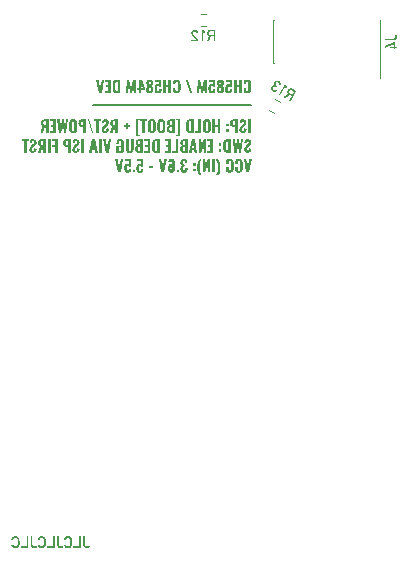
<source format=gbo>
%TF.GenerationSoftware,KiCad,Pcbnew,9.0.7*%
%TF.CreationDate,2026-02-02T18:05:57+06:00*%
%TF.ProjectId,ch585_dev,63683538-355f-4646-9576-2e6b69636164,rev?*%
%TF.SameCoordinates,Original*%
%TF.FileFunction,Legend,Bot*%
%TF.FilePolarity,Positive*%
%FSLAX46Y46*%
G04 Gerber Fmt 4.6, Leading zero omitted, Abs format (unit mm)*
G04 Created by KiCad (PCBNEW 9.0.7) date 2026-02-02 18:05:57*
%MOMM*%
%LPD*%
G01*
G04 APERTURE LIST*
%ADD10C,0.200000*%
%ADD11C,0.250000*%
%ADD12C,0.100000*%
%ADD13C,0.150000*%
%ADD14C,0.120000*%
G04 APERTURE END LIST*
D10*
X73960000Y-80800000D02*
X60560000Y-80800000D01*
D11*
G36*
X60359450Y-118205252D02*
G01*
X60336024Y-118234054D01*
X60309607Y-118260060D01*
X60281681Y-118281939D01*
X60251146Y-118300653D01*
X60219523Y-118315319D01*
X60185608Y-118326539D01*
X60150632Y-118333866D01*
X60113595Y-118337470D01*
X60097683Y-118337815D01*
X60026835Y-118330128D01*
X59992011Y-118320514D01*
X59958429Y-118307185D01*
X59926712Y-118290381D01*
X59896991Y-118270115D01*
X59870321Y-118247136D01*
X59846267Y-118221055D01*
X59825887Y-118193064D01*
X59808585Y-118162357D01*
X59795122Y-118130273D01*
X59785098Y-118095816D01*
X59778927Y-118060159D01*
X59776526Y-118022399D01*
X59776503Y-118018285D01*
X59776503Y-117329581D01*
X59931659Y-117329581D01*
X59931659Y-118002897D01*
X59933547Y-118034465D01*
X59938953Y-118062524D01*
X59947511Y-118087285D01*
X59958818Y-118108817D01*
X59989330Y-118143832D01*
X60029629Y-118168306D01*
X60078266Y-118181241D01*
X60101896Y-118182721D01*
X60151673Y-118175413D01*
X60194585Y-118154528D01*
X60229686Y-118121240D01*
X60234459Y-118114822D01*
X60359450Y-118205252D01*
G37*
G36*
X59581903Y-118330000D02*
G01*
X58941010Y-118330000D01*
X58941010Y-118183332D01*
X59426809Y-118183332D01*
X59426809Y-117329581D01*
X59581903Y-117329581D01*
X59581903Y-118330000D01*
G37*
G36*
X58291079Y-118047227D02*
G01*
X58308747Y-118080240D01*
X58328567Y-118108671D01*
X58348876Y-118130952D01*
X58371011Y-118149267D01*
X58393828Y-118163041D01*
X58418283Y-118173188D01*
X58471680Y-118182556D01*
X58480307Y-118182721D01*
X58535275Y-118175507D01*
X58582933Y-118154987D01*
X58622704Y-118122543D01*
X58632775Y-118110792D01*
X58659443Y-118069483D01*
X58668482Y-118044540D01*
X58675041Y-118012294D01*
X58681954Y-117909102D01*
X58682723Y-117829851D01*
X58680519Y-117709341D01*
X58672910Y-117634496D01*
X58665566Y-117605570D01*
X58655694Y-117582638D01*
X58632775Y-117548850D01*
X58613987Y-117528327D01*
X58591162Y-117509960D01*
X58567285Y-117496140D01*
X58540190Y-117485557D01*
X58512725Y-117479338D01*
X58482611Y-117476932D01*
X58480307Y-117476920D01*
X58427094Y-117484309D01*
X58378838Y-117505858D01*
X58337147Y-117540747D01*
X58305008Y-117587213D01*
X58291324Y-117620840D01*
X58127925Y-117620840D01*
X58137223Y-117582285D01*
X58150156Y-117545200D01*
X58166567Y-117509950D01*
X58186356Y-117476777D01*
X58209025Y-117446434D01*
X58234734Y-117418693D01*
X58262611Y-117394432D01*
X58293157Y-117373193D01*
X58325266Y-117355717D01*
X58359690Y-117341592D01*
X58395321Y-117331296D01*
X58432961Y-117324637D01*
X58480307Y-117321765D01*
X58555171Y-117329117D01*
X58624352Y-117350514D01*
X58687251Y-117385136D01*
X58742123Y-117431763D01*
X58785658Y-117487435D01*
X58794159Y-117501955D01*
X58810556Y-117534397D01*
X58822705Y-117570602D01*
X58831016Y-117620784D01*
X58835901Y-117695158D01*
X58837817Y-117829851D01*
X58835731Y-117968966D01*
X58828948Y-118055663D01*
X58821963Y-118091994D01*
X58812637Y-118120309D01*
X58794159Y-118157686D01*
X58775553Y-118187438D01*
X58752342Y-118216782D01*
X58725750Y-118243830D01*
X58695085Y-118268918D01*
X58663133Y-118289729D01*
X58627843Y-118307578D01*
X58592374Y-118320889D01*
X58554183Y-118330666D01*
X58480307Y-118337815D01*
X58439732Y-118335869D01*
X58400543Y-118330057D01*
X58363667Y-118320646D01*
X58328542Y-118307600D01*
X58296042Y-118291343D01*
X58265613Y-118271678D01*
X58237943Y-118249099D01*
X58212637Y-118223310D01*
X58190149Y-118194732D01*
X58170320Y-118163094D01*
X58153408Y-118128618D01*
X58139475Y-118091184D01*
X58127925Y-118047227D01*
X58291079Y-118047227D01*
G37*
G36*
X58130978Y-118205252D02*
G01*
X58107552Y-118234054D01*
X58081135Y-118260060D01*
X58053209Y-118281939D01*
X58022674Y-118300653D01*
X57991052Y-118315319D01*
X57957137Y-118326539D01*
X57922160Y-118333866D01*
X57885123Y-118337470D01*
X57869211Y-118337815D01*
X57798363Y-118330128D01*
X57763539Y-118320514D01*
X57729958Y-118307185D01*
X57698240Y-118290381D01*
X57668519Y-118270115D01*
X57641850Y-118247136D01*
X57617795Y-118221055D01*
X57597415Y-118193064D01*
X57580113Y-118162357D01*
X57566650Y-118130273D01*
X57556627Y-118095816D01*
X57550455Y-118060159D01*
X57548054Y-118022399D01*
X57548032Y-118018285D01*
X57548032Y-117329581D01*
X57703187Y-117329581D01*
X57703187Y-118002897D01*
X57705076Y-118034465D01*
X57710481Y-118062524D01*
X57719040Y-118087285D01*
X57730346Y-118108817D01*
X57760859Y-118143832D01*
X57801158Y-118168306D01*
X57849795Y-118181241D01*
X57873424Y-118182721D01*
X57923202Y-118175413D01*
X57966114Y-118154528D01*
X58001214Y-118121240D01*
X58005987Y-118114822D01*
X58130978Y-118205252D01*
G37*
G36*
X57353431Y-118330000D02*
G01*
X56712538Y-118330000D01*
X56712538Y-118183332D01*
X57198337Y-118183332D01*
X57198337Y-117329581D01*
X57353431Y-117329581D01*
X57353431Y-118330000D01*
G37*
G36*
X56062608Y-118047227D02*
G01*
X56080275Y-118080240D01*
X56100095Y-118108671D01*
X56120404Y-118130952D01*
X56142540Y-118149267D01*
X56165356Y-118163041D01*
X56189812Y-118173188D01*
X56243208Y-118182556D01*
X56251835Y-118182721D01*
X56306803Y-118175507D01*
X56354462Y-118154987D01*
X56394233Y-118122543D01*
X56404303Y-118110792D01*
X56430971Y-118069483D01*
X56440010Y-118044540D01*
X56446570Y-118012294D01*
X56453482Y-117909102D01*
X56454251Y-117829851D01*
X56452048Y-117709341D01*
X56444439Y-117634496D01*
X56437095Y-117605570D01*
X56427222Y-117582638D01*
X56404303Y-117548850D01*
X56385515Y-117528327D01*
X56362691Y-117509960D01*
X56338813Y-117496140D01*
X56311718Y-117485557D01*
X56284253Y-117479338D01*
X56254140Y-117476932D01*
X56251835Y-117476920D01*
X56198622Y-117484309D01*
X56150366Y-117505858D01*
X56108675Y-117540747D01*
X56076536Y-117587213D01*
X56062852Y-117620840D01*
X55899453Y-117620840D01*
X55908752Y-117582285D01*
X55921684Y-117545200D01*
X55938096Y-117509950D01*
X55957884Y-117476777D01*
X55980554Y-117446434D01*
X56006263Y-117418693D01*
X56034139Y-117394432D01*
X56064685Y-117373193D01*
X56096794Y-117355717D01*
X56131218Y-117341592D01*
X56166850Y-117331296D01*
X56204489Y-117324637D01*
X56251835Y-117321765D01*
X56326700Y-117329117D01*
X56395881Y-117350514D01*
X56458779Y-117385136D01*
X56513651Y-117431763D01*
X56557186Y-117487435D01*
X56565687Y-117501955D01*
X56582084Y-117534397D01*
X56594233Y-117570602D01*
X56602544Y-117620784D01*
X56607429Y-117695158D01*
X56609345Y-117829851D01*
X56607260Y-117968966D01*
X56600476Y-118055663D01*
X56593491Y-118091994D01*
X56584165Y-118120309D01*
X56565687Y-118157686D01*
X56547081Y-118187438D01*
X56523870Y-118216782D01*
X56497279Y-118243830D01*
X56466613Y-118268918D01*
X56434661Y-118289729D01*
X56399371Y-118307578D01*
X56363902Y-118320889D01*
X56325711Y-118330666D01*
X56251835Y-118337815D01*
X56211260Y-118335869D01*
X56172071Y-118330057D01*
X56135196Y-118320646D01*
X56100070Y-118307600D01*
X56067571Y-118291343D01*
X56037141Y-118271678D01*
X56009471Y-118249099D01*
X55984166Y-118223310D01*
X55961677Y-118194732D01*
X55941849Y-118163094D01*
X55924936Y-118128618D01*
X55911004Y-118091184D01*
X55899453Y-118047227D01*
X56062608Y-118047227D01*
G37*
G36*
X55902506Y-118205252D02*
G01*
X55879080Y-118234054D01*
X55852663Y-118260060D01*
X55824737Y-118281939D01*
X55794203Y-118300653D01*
X55762580Y-118315319D01*
X55728665Y-118326539D01*
X55693688Y-118333866D01*
X55656651Y-118337470D01*
X55640739Y-118337815D01*
X55569891Y-118330128D01*
X55535067Y-118320514D01*
X55501486Y-118307185D01*
X55469769Y-118290381D01*
X55440047Y-118270115D01*
X55413378Y-118247136D01*
X55389323Y-118221055D01*
X55368943Y-118193064D01*
X55351641Y-118162357D01*
X55338179Y-118130273D01*
X55328155Y-118095816D01*
X55321983Y-118060159D01*
X55319583Y-118022399D01*
X55319560Y-118018285D01*
X55319560Y-117329581D01*
X55474715Y-117329581D01*
X55474715Y-118002897D01*
X55476604Y-118034465D01*
X55482009Y-118062524D01*
X55490568Y-118087285D01*
X55501875Y-118108817D01*
X55532387Y-118143832D01*
X55572686Y-118168306D01*
X55621323Y-118181241D01*
X55644952Y-118182721D01*
X55694730Y-118175413D01*
X55737642Y-118154528D01*
X55772742Y-118121240D01*
X55777515Y-118114822D01*
X55902506Y-118205252D01*
G37*
G36*
X55124959Y-118330000D02*
G01*
X54484066Y-118330000D01*
X54484066Y-118183332D01*
X54969865Y-118183332D01*
X54969865Y-117329581D01*
X55124959Y-117329581D01*
X55124959Y-118330000D01*
G37*
G36*
X53834136Y-118047227D02*
G01*
X53851803Y-118080240D01*
X53871623Y-118108671D01*
X53891933Y-118130952D01*
X53914068Y-118149267D01*
X53936884Y-118163041D01*
X53961340Y-118173188D01*
X54014736Y-118182556D01*
X54023363Y-118182721D01*
X54078331Y-118175507D01*
X54125990Y-118154987D01*
X54165761Y-118122543D01*
X54175832Y-118110792D01*
X54202499Y-118069483D01*
X54211539Y-118044540D01*
X54218098Y-118012294D01*
X54225010Y-117909102D01*
X54225779Y-117829851D01*
X54223576Y-117709341D01*
X54215967Y-117634496D01*
X54208623Y-117605570D01*
X54198750Y-117582638D01*
X54175832Y-117548850D01*
X54157044Y-117528327D01*
X54134219Y-117509960D01*
X54110341Y-117496140D01*
X54083247Y-117485557D01*
X54055781Y-117479338D01*
X54025668Y-117476932D01*
X54023363Y-117476920D01*
X53970150Y-117484309D01*
X53921894Y-117505858D01*
X53880203Y-117540747D01*
X53848064Y-117587213D01*
X53834380Y-117620840D01*
X53670982Y-117620840D01*
X53680280Y-117582285D01*
X53693212Y-117545200D01*
X53709624Y-117509950D01*
X53729412Y-117476777D01*
X53752082Y-117446434D01*
X53777791Y-117418693D01*
X53805667Y-117394432D01*
X53836214Y-117373193D01*
X53868322Y-117355717D01*
X53902747Y-117341592D01*
X53938378Y-117331296D01*
X53976017Y-117324637D01*
X54023363Y-117321765D01*
X54098228Y-117329117D01*
X54167409Y-117350514D01*
X54230308Y-117385136D01*
X54285180Y-117431763D01*
X54328714Y-117487435D01*
X54337215Y-117501955D01*
X54353612Y-117534397D01*
X54365761Y-117570602D01*
X54374073Y-117620784D01*
X54378957Y-117695158D01*
X54380874Y-117829851D01*
X54378788Y-117968966D01*
X54372005Y-118055663D01*
X54365020Y-118091994D01*
X54355693Y-118120309D01*
X54337215Y-118157686D01*
X54318609Y-118187438D01*
X54295398Y-118216782D01*
X54268807Y-118243830D01*
X54238141Y-118268918D01*
X54206190Y-118289729D01*
X54170899Y-118307578D01*
X54135430Y-118320889D01*
X54097240Y-118330666D01*
X54023363Y-118337815D01*
X53982788Y-118335869D01*
X53943600Y-118330057D01*
X53906724Y-118320646D01*
X53871598Y-118307600D01*
X53839099Y-118291343D01*
X53808669Y-118271678D01*
X53780999Y-118249099D01*
X53755694Y-118223310D01*
X53733206Y-118194732D01*
X53713377Y-118163094D01*
X53696464Y-118128618D01*
X53682532Y-118091184D01*
X53670982Y-118047227D01*
X53834136Y-118047227D01*
G37*
D12*
G36*
X73659624Y-79825387D02*
G01*
X73733935Y-79820687D01*
X73794575Y-79807688D01*
X73843897Y-79787626D01*
X73883843Y-79761119D01*
X73915835Y-79728117D01*
X73946876Y-79678255D01*
X73970501Y-79616562D01*
X73985863Y-79540592D01*
X73991428Y-79447421D01*
X73991428Y-79041428D01*
X73985836Y-78945746D01*
X73970489Y-78868682D01*
X73947061Y-78806985D01*
X73916507Y-78757923D01*
X73884883Y-78725516D01*
X73845126Y-78699397D01*
X73795747Y-78679561D01*
X73734726Y-78666669D01*
X73659624Y-78661997D01*
X73571684Y-78668424D01*
X73504095Y-78685796D01*
X73452596Y-78712115D01*
X73413916Y-78746688D01*
X73384028Y-78790512D01*
X73361538Y-78844180D01*
X73347033Y-78909712D01*
X73341803Y-78989588D01*
X73341803Y-79084781D01*
X73565774Y-79084781D01*
X73565774Y-78979818D01*
X73570720Y-78898607D01*
X73579600Y-78870144D01*
X73595938Y-78847500D01*
X73620077Y-78832823D01*
X73658220Y-78827227D01*
X73697713Y-78832477D01*
X73723435Y-78846230D01*
X73739431Y-78867833D01*
X73752365Y-78913407D01*
X73757627Y-78986779D01*
X73757627Y-79502009D01*
X73751525Y-79576240D01*
X73736622Y-79621017D01*
X73719359Y-79642167D01*
X73694199Y-79655336D01*
X73658220Y-79660218D01*
X73621558Y-79655125D01*
X73597586Y-79641700D01*
X73582627Y-79620345D01*
X73570676Y-79575386D01*
X73565774Y-79502009D01*
X73565774Y-79391428D01*
X73341803Y-79391428D01*
X73341803Y-79485218D01*
X73346978Y-79567292D01*
X73361355Y-79634988D01*
X73383653Y-79690719D01*
X73413244Y-79736482D01*
X73451888Y-79772910D01*
X73503455Y-79800501D01*
X73571240Y-79818668D01*
X73659624Y-79825387D01*
G37*
G36*
X73198066Y-78675980D02*
G01*
X72967013Y-78675980D01*
X72967013Y-79140774D01*
X72766856Y-79140774D01*
X72766856Y-78675980D01*
X72535863Y-78675980D01*
X72535863Y-79810000D01*
X72766856Y-79810000D01*
X72766856Y-79307409D01*
X72967013Y-79307409D01*
X72967013Y-79810000D01*
X73198066Y-79810000D01*
X73198066Y-78675980D01*
G37*
G36*
X72095188Y-79828196D02*
G01*
X72170938Y-79822903D01*
X72229499Y-79808587D01*
X72274401Y-79786919D01*
X72312787Y-79755604D01*
X72341989Y-79717018D01*
X72362634Y-79669987D01*
X72375162Y-79619035D01*
X72383398Y-79556692D01*
X72386386Y-79481004D01*
X72176399Y-79481004D01*
X72170949Y-79572121D01*
X72158203Y-79623093D01*
X72142317Y-79647454D01*
X72119344Y-79661935D01*
X72086823Y-79667178D01*
X72060250Y-79663778D01*
X72040261Y-79654396D01*
X72025212Y-79639213D01*
X72009881Y-79607768D01*
X72000727Y-79562215D01*
X71995781Y-79423607D01*
X72001346Y-79326676D01*
X72014710Y-79268879D01*
X72031734Y-79240478D01*
X72056721Y-79223792D01*
X72092379Y-79217772D01*
X72125546Y-79223670D01*
X72151918Y-79240875D01*
X72173209Y-79271320D01*
X72188977Y-79319987D01*
X72375212Y-79319987D01*
X72359825Y-78675980D01*
X71838977Y-78675980D01*
X71838977Y-78862215D01*
X72183421Y-78862215D01*
X72194595Y-79112808D01*
X72170145Y-79092231D01*
X72127428Y-79072936D01*
X72078754Y-79060901D01*
X72026617Y-79056816D01*
X71970761Y-79062981D01*
X71924059Y-79080553D01*
X71884496Y-79109315D01*
X71850945Y-79150605D01*
X71826654Y-79197880D01*
X71807995Y-79256039D01*
X71795819Y-79327194D01*
X71791411Y-79413777D01*
X71794426Y-79503665D01*
X71802706Y-79577319D01*
X71815225Y-79637076D01*
X71836305Y-79693137D01*
X71866297Y-79739310D01*
X71905472Y-79777088D01*
X71952542Y-79804027D01*
X72014405Y-79821676D01*
X72095188Y-79828196D01*
G37*
G36*
X71454097Y-78667491D02*
G01*
X71511482Y-78682831D01*
X71558824Y-78706954D01*
X71597848Y-78739727D01*
X71628868Y-78780463D01*
X71651720Y-78828987D01*
X71666206Y-78886839D01*
X71671366Y-78956004D01*
X71667486Y-79015983D01*
X71656522Y-79067335D01*
X71639187Y-79111404D01*
X71614971Y-79152179D01*
X71586998Y-79185996D01*
X71555167Y-79213620D01*
X71595269Y-79239917D01*
X71628208Y-79274121D01*
X71654574Y-79317240D01*
X71672744Y-79365002D01*
X71684151Y-79419656D01*
X71688157Y-79482409D01*
X71682289Y-79571487D01*
X71666188Y-79642730D01*
X71641517Y-79699417D01*
X71609054Y-79744204D01*
X71568620Y-79778954D01*
X71519097Y-79804574D01*
X71458547Y-79820917D01*
X71384380Y-79826791D01*
X71305347Y-79820394D01*
X71242535Y-79802785D01*
X71192681Y-79775457D01*
X71153387Y-79738620D01*
X71123044Y-79693042D01*
X71100328Y-79638077D01*
X71085763Y-79571876D01*
X71080542Y-79492178D01*
X71081487Y-79476791D01*
X71293339Y-79476791D01*
X71297836Y-79556755D01*
X71309459Y-79613323D01*
X71325011Y-79642536D01*
X71349032Y-79659590D01*
X71384380Y-79665774D01*
X71417374Y-79660037D01*
X71441120Y-79643920D01*
X71457897Y-79616132D01*
X71471600Y-79562837D01*
X71476765Y-79490774D01*
X71471481Y-79412600D01*
X71457897Y-79358517D01*
X71441115Y-79330689D01*
X71417369Y-79314555D01*
X71384380Y-79308813D01*
X71351908Y-79314162D01*
X71328648Y-79329048D01*
X71312267Y-79354303D01*
X71298648Y-79404072D01*
X71293339Y-79476791D01*
X71081487Y-79476791D01*
X71084570Y-79426573D01*
X71096014Y-79369597D01*
X71114187Y-79319987D01*
X71140680Y-79275109D01*
X71173623Y-79240062D01*
X71213532Y-79213620D01*
X71181870Y-79186777D01*
X71154392Y-79153459D01*
X71130978Y-79112808D01*
X71114504Y-79068793D01*
X71103929Y-79016135D01*
X71100396Y-78957409D01*
X71304574Y-78957409D01*
X71309547Y-79033871D01*
X71321897Y-79082488D01*
X71338805Y-79111570D01*
X71359250Y-79127214D01*
X71384380Y-79132409D01*
X71410603Y-79127113D01*
X71431799Y-79111262D01*
X71449203Y-79082029D01*
X71461853Y-79033468D01*
X71466934Y-78957409D01*
X71461120Y-78899763D01*
X71445929Y-78860139D01*
X71429489Y-78840065D01*
X71409387Y-78828440D01*
X71384380Y-78824419D01*
X71360298Y-78828406D01*
X71340869Y-78839988D01*
X71324907Y-78860139D01*
X71310214Y-78899708D01*
X71304574Y-78957409D01*
X71100396Y-78957409D01*
X71100143Y-78953196D01*
X71105253Y-78884739D01*
X71119602Y-78827452D01*
X71142245Y-78779377D01*
X71172988Y-78738995D01*
X71211626Y-78706531D01*
X71258504Y-78682635D01*
X71315332Y-78667439D01*
X71384380Y-78661997D01*
X71454097Y-78667491D01*
G37*
G36*
X70670764Y-79828196D02*
G01*
X70746514Y-79822903D01*
X70805075Y-79808587D01*
X70849977Y-79786919D01*
X70888363Y-79755604D01*
X70917565Y-79717018D01*
X70938210Y-79669987D01*
X70950738Y-79619035D01*
X70958973Y-79556692D01*
X70961962Y-79481004D01*
X70751974Y-79481004D01*
X70746525Y-79572121D01*
X70733778Y-79623093D01*
X70717893Y-79647454D01*
X70694920Y-79661935D01*
X70662398Y-79667178D01*
X70635826Y-79663778D01*
X70615837Y-79654396D01*
X70600788Y-79639213D01*
X70585457Y-79607768D01*
X70576303Y-79562215D01*
X70571357Y-79423607D01*
X70576922Y-79326676D01*
X70590286Y-79268879D01*
X70607309Y-79240478D01*
X70632297Y-79223792D01*
X70667955Y-79217772D01*
X70701122Y-79223670D01*
X70727494Y-79240875D01*
X70748785Y-79271320D01*
X70764553Y-79319987D01*
X70950788Y-79319987D01*
X70935401Y-78675980D01*
X70414553Y-78675980D01*
X70414553Y-78862215D01*
X70758996Y-78862215D01*
X70770170Y-79112808D01*
X70745721Y-79092231D01*
X70703004Y-79072936D01*
X70654330Y-79060901D01*
X70602192Y-79056816D01*
X70546337Y-79062981D01*
X70499635Y-79080553D01*
X70460072Y-79109315D01*
X70426521Y-79150605D01*
X70402229Y-79197880D01*
X70383570Y-79256039D01*
X70371395Y-79327194D01*
X70366987Y-79413777D01*
X70370002Y-79503665D01*
X70378282Y-79577319D01*
X70390800Y-79637076D01*
X70411881Y-79693137D01*
X70441873Y-79739310D01*
X70481048Y-79777088D01*
X70528117Y-79804027D01*
X70589981Y-79821676D01*
X70670764Y-79828196D01*
G37*
G36*
X70220319Y-78675980D02*
G01*
X69975343Y-78675980D01*
X69835331Y-79391428D01*
X69686953Y-78675980D01*
X69450343Y-78675980D01*
X69429338Y-79810000D01*
X69597316Y-79810000D01*
X69615512Y-79040024D01*
X69761142Y-79810000D01*
X69903902Y-79810000D01*
X70053745Y-79035811D01*
X70070537Y-79810000D01*
X70239919Y-79810000D01*
X70220319Y-78675980D01*
G37*
G36*
X68604469Y-78675980D02*
G01*
X68479905Y-78675980D01*
X68820075Y-79810000D01*
X68943295Y-79810000D01*
X68604469Y-78675980D01*
G37*
G36*
X67674698Y-79825387D02*
G01*
X67749009Y-79820687D01*
X67809648Y-79807688D01*
X67858970Y-79787626D01*
X67898916Y-79761119D01*
X67930908Y-79728117D01*
X67961949Y-79678255D01*
X67985574Y-79616562D01*
X68000936Y-79540592D01*
X68006502Y-79447421D01*
X68006502Y-79041428D01*
X68000909Y-78945746D01*
X67985562Y-78868682D01*
X67962134Y-78806985D01*
X67931580Y-78757923D01*
X67899956Y-78725516D01*
X67860200Y-78699397D01*
X67810820Y-78679561D01*
X67749799Y-78666669D01*
X67674698Y-78661997D01*
X67586757Y-78668424D01*
X67519168Y-78685796D01*
X67467669Y-78712115D01*
X67428989Y-78746688D01*
X67399101Y-78790512D01*
X67376611Y-78844180D01*
X67362106Y-78909712D01*
X67356877Y-78989588D01*
X67356877Y-79084781D01*
X67580847Y-79084781D01*
X67580847Y-78979818D01*
X67585793Y-78898607D01*
X67594673Y-78870144D01*
X67611011Y-78847500D01*
X67635150Y-78832823D01*
X67673293Y-78827227D01*
X67712786Y-78832477D01*
X67738508Y-78846230D01*
X67754504Y-78867833D01*
X67767439Y-78913407D01*
X67772700Y-78986779D01*
X67772700Y-79502009D01*
X67766598Y-79576240D01*
X67751695Y-79621017D01*
X67734432Y-79642167D01*
X67709272Y-79655336D01*
X67673293Y-79660218D01*
X67636631Y-79655125D01*
X67612659Y-79641700D01*
X67597700Y-79620345D01*
X67585749Y-79575386D01*
X67580847Y-79502009D01*
X67580847Y-79391428D01*
X67356877Y-79391428D01*
X67356877Y-79485218D01*
X67362052Y-79567292D01*
X67376428Y-79634988D01*
X67398726Y-79690719D01*
X67428318Y-79736482D01*
X67466961Y-79772910D01*
X67518528Y-79800501D01*
X67586314Y-79818668D01*
X67674698Y-79825387D01*
G37*
G36*
X67213140Y-78675980D02*
G01*
X66982086Y-78675980D01*
X66982086Y-79140774D01*
X66781929Y-79140774D01*
X66781929Y-78675980D01*
X66550936Y-78675980D01*
X66550936Y-79810000D01*
X66781929Y-79810000D01*
X66781929Y-79307409D01*
X66982086Y-79307409D01*
X66982086Y-79810000D01*
X67213140Y-79810000D01*
X67213140Y-78675980D01*
G37*
G36*
X66110261Y-79828196D02*
G01*
X66186012Y-79822903D01*
X66244573Y-79808587D01*
X66289474Y-79786919D01*
X66327860Y-79755604D01*
X66357062Y-79717018D01*
X66377707Y-79669987D01*
X66390236Y-79619035D01*
X66398471Y-79556692D01*
X66401460Y-79481004D01*
X66191472Y-79481004D01*
X66186023Y-79572121D01*
X66173276Y-79623093D01*
X66157390Y-79647454D01*
X66134417Y-79661935D01*
X66101896Y-79667178D01*
X66075324Y-79663778D01*
X66055335Y-79654396D01*
X66040286Y-79639213D01*
X66024954Y-79607768D01*
X66015800Y-79562215D01*
X66010854Y-79423607D01*
X66016419Y-79326676D01*
X66029783Y-79268879D01*
X66046807Y-79240478D01*
X66071794Y-79223792D01*
X66107452Y-79217772D01*
X66140619Y-79223670D01*
X66166992Y-79240875D01*
X66188283Y-79271320D01*
X66204050Y-79319987D01*
X66390286Y-79319987D01*
X66374898Y-78675980D01*
X65854050Y-78675980D01*
X65854050Y-78862215D01*
X66198494Y-78862215D01*
X66209668Y-79112808D01*
X66185219Y-79092231D01*
X66142501Y-79072936D01*
X66093827Y-79060901D01*
X66041690Y-79056816D01*
X65985834Y-79062981D01*
X65939133Y-79080553D01*
X65899570Y-79109315D01*
X65866018Y-79150605D01*
X65841727Y-79197880D01*
X65823068Y-79256039D01*
X65810892Y-79327194D01*
X65806484Y-79413777D01*
X65809500Y-79503665D01*
X65817780Y-79577319D01*
X65830298Y-79637076D01*
X65851379Y-79693137D01*
X65881371Y-79739310D01*
X65920546Y-79777088D01*
X65967615Y-79804027D01*
X66029479Y-79821676D01*
X66110261Y-79828196D01*
G37*
G36*
X65469171Y-78667491D02*
G01*
X65526556Y-78682831D01*
X65573898Y-78706954D01*
X65612922Y-78739727D01*
X65643941Y-78780463D01*
X65666794Y-78828987D01*
X65681279Y-78886839D01*
X65686439Y-78956004D01*
X65682559Y-79015983D01*
X65671595Y-79067335D01*
X65654260Y-79111404D01*
X65630044Y-79152179D01*
X65602071Y-79185996D01*
X65570240Y-79213620D01*
X65610343Y-79239917D01*
X65643282Y-79274121D01*
X65669647Y-79317240D01*
X65687817Y-79365002D01*
X65699224Y-79419656D01*
X65703230Y-79482409D01*
X65697362Y-79571487D01*
X65681261Y-79642730D01*
X65656590Y-79699417D01*
X65624127Y-79744204D01*
X65583694Y-79778954D01*
X65534170Y-79804574D01*
X65473620Y-79820917D01*
X65399453Y-79826791D01*
X65320420Y-79820394D01*
X65257608Y-79802785D01*
X65207755Y-79775457D01*
X65168461Y-79738620D01*
X65138117Y-79693042D01*
X65115401Y-79638077D01*
X65100837Y-79571876D01*
X65095615Y-79492178D01*
X65096560Y-79476791D01*
X65308412Y-79476791D01*
X65312909Y-79556755D01*
X65324532Y-79613323D01*
X65340085Y-79642536D01*
X65364105Y-79659590D01*
X65399453Y-79665774D01*
X65432447Y-79660037D01*
X65456193Y-79643920D01*
X65472971Y-79616132D01*
X65486673Y-79562837D01*
X65491838Y-79490774D01*
X65486554Y-79412600D01*
X65472971Y-79358517D01*
X65456189Y-79330689D01*
X65432442Y-79314555D01*
X65399453Y-79308813D01*
X65366981Y-79314162D01*
X65343722Y-79329048D01*
X65327341Y-79354303D01*
X65313721Y-79404072D01*
X65308412Y-79476791D01*
X65096560Y-79476791D01*
X65099643Y-79426573D01*
X65111088Y-79369597D01*
X65129260Y-79319987D01*
X65155754Y-79275109D01*
X65188696Y-79240062D01*
X65228606Y-79213620D01*
X65196943Y-79186777D01*
X65169466Y-79153459D01*
X65146051Y-79112808D01*
X65129577Y-79068793D01*
X65119003Y-79016135D01*
X65115469Y-78957409D01*
X65319647Y-78957409D01*
X65324620Y-79033871D01*
X65336970Y-79082488D01*
X65353878Y-79111570D01*
X65374323Y-79127214D01*
X65399453Y-79132409D01*
X65425677Y-79127113D01*
X65446872Y-79111262D01*
X65464276Y-79082029D01*
X65476927Y-79033468D01*
X65482008Y-78957409D01*
X65476193Y-78899763D01*
X65461003Y-78860139D01*
X65444562Y-78840065D01*
X65424460Y-78828440D01*
X65399453Y-78824419D01*
X65375371Y-78828406D01*
X65355943Y-78839988D01*
X65339980Y-78860139D01*
X65325288Y-78899708D01*
X65319647Y-78957409D01*
X65115469Y-78957409D01*
X65115216Y-78953196D01*
X65120326Y-78884739D01*
X65134675Y-78827452D01*
X65157318Y-78779377D01*
X65188061Y-78738995D01*
X65226699Y-78706531D01*
X65273577Y-78682635D01*
X65330406Y-78667439D01*
X65399453Y-78661997D01*
X65469171Y-78667491D01*
G37*
G36*
X64999445Y-79375980D02*
G01*
X64999445Y-79544019D01*
X64655062Y-79544019D01*
X64655062Y-79810000D01*
X64453440Y-79810000D01*
X64453440Y-79544019D01*
X64342859Y-79544019D01*
X64342859Y-79380193D01*
X64453440Y-79380193D01*
X64655062Y-79380193D01*
X64828658Y-79380193D01*
X64655062Y-78898607D01*
X64655062Y-79380193D01*
X64453440Y-79380193D01*
X64453440Y-78675980D01*
X64704033Y-78675980D01*
X64999445Y-79375980D01*
G37*
G36*
X64216830Y-78675980D02*
G01*
X63971854Y-78675980D01*
X63831842Y-79391428D01*
X63683464Y-78675980D01*
X63446854Y-78675980D01*
X63425849Y-79810000D01*
X63593827Y-79810000D01*
X63612023Y-79040024D01*
X63757653Y-79810000D01*
X63900413Y-79810000D01*
X64050256Y-79035811D01*
X64067048Y-79810000D01*
X64236430Y-79810000D01*
X64216830Y-78675980D01*
G37*
G36*
X62910375Y-79810000D02*
G01*
X62627602Y-79810000D01*
X62534372Y-79804988D01*
X62462478Y-79791530D01*
X62407784Y-79771531D01*
X62359285Y-79740992D01*
X62321903Y-79702118D01*
X62294394Y-79653928D01*
X62276822Y-79600051D01*
X62265121Y-79531337D01*
X62260811Y-79444612D01*
X62260811Y-79031598D01*
X62262409Y-79000823D01*
X62497421Y-79000823D01*
X62497421Y-79469769D01*
X62499655Y-79534376D01*
X62505115Y-79574794D01*
X62518245Y-79607101D01*
X62541507Y-79630115D01*
X62574795Y-79643532D01*
X62630411Y-79648982D01*
X62680786Y-79648982D01*
X62680786Y-78838401D01*
X62631816Y-78838401D01*
X62576057Y-78843130D01*
X62543644Y-78854521D01*
X62520482Y-78874619D01*
X62506519Y-78903492D01*
X62500084Y-78940345D01*
X62497421Y-79000823D01*
X62262409Y-79000823D01*
X62265212Y-78946824D01*
X62277162Y-78879756D01*
X62295127Y-78827227D01*
X62322979Y-78780489D01*
X62360789Y-78742737D01*
X62409921Y-78713105D01*
X62464981Y-78693869D01*
X62537965Y-78680847D01*
X62633220Y-78675980D01*
X62910375Y-78675980D01*
X62910375Y-79810000D01*
G37*
G36*
X62108281Y-78675980D02*
G01*
X61614117Y-78675980D01*
X61614117Y-78835593D01*
X61878693Y-78835593D01*
X61878693Y-79136622D01*
X61674323Y-79136622D01*
X61674323Y-79297578D01*
X61878693Y-79297578D01*
X61878693Y-79653196D01*
X61611308Y-79653196D01*
X61611308Y-79810000D01*
X62108281Y-79810000D01*
X62108281Y-78675980D01*
G37*
G36*
X61548415Y-78675980D02*
G01*
X61348197Y-78675980D01*
X61213803Y-79460000D01*
X61087773Y-78675980D01*
X60879190Y-78675980D01*
X61094795Y-79810000D01*
X61332810Y-79810000D01*
X61548415Y-78675980D01*
G37*
G36*
X73971828Y-82035980D02*
G01*
X73742178Y-82035980D01*
X73742178Y-83170000D01*
X73971828Y-83170000D01*
X73971828Y-82035980D01*
G37*
G36*
X73277506Y-83185387D02*
G01*
X73355787Y-83179226D01*
X73419323Y-83162130D01*
X73470928Y-83135412D01*
X73512712Y-83099291D01*
X73545037Y-83054625D01*
X73570716Y-82997268D01*
X73588940Y-82924396D01*
X73598136Y-82832578D01*
X73399323Y-82798995D01*
X73393874Y-82871158D01*
X73383286Y-82922529D01*
X73369220Y-82957936D01*
X73347450Y-82986797D01*
X73320717Y-83003303D01*
X73287337Y-83008982D01*
X73261577Y-83005788D01*
X73242545Y-82997059D01*
X73228536Y-82983093D01*
X73215184Y-82954583D01*
X73210340Y-82916598D01*
X73213920Y-82872646D01*
X73224103Y-82834979D01*
X73240443Y-82802475D01*
X73276473Y-82756200D01*
X73334904Y-82699588D01*
X73452506Y-82597372D01*
X73496743Y-82555984D01*
X73532157Y-82514049D01*
X73559668Y-82471404D01*
X73579740Y-82425216D01*
X73592311Y-82371999D01*
X73596732Y-82310387D01*
X73591039Y-82241724D01*
X73575043Y-82184600D01*
X73549668Y-82136859D01*
X73514849Y-82096919D01*
X73472024Y-82065325D01*
X73421179Y-82042024D01*
X73360750Y-82027254D01*
X73288742Y-82021997D01*
X73211842Y-82028587D01*
X73152957Y-82046475D01*
X73108116Y-82073944D01*
X73074541Y-82110901D01*
X73041289Y-82172800D01*
X73018056Y-82247309D01*
X73005908Y-82337009D01*
X73206127Y-82366379D01*
X73213528Y-82282855D01*
X73226460Y-82234122D01*
X73241770Y-82210526D01*
X73264058Y-82196477D01*
X73295764Y-82191379D01*
X73319508Y-82194692D01*
X73338738Y-82204165D01*
X73354565Y-82220078D01*
X73370143Y-82250982D01*
X73375509Y-82287978D01*
X73369067Y-82340824D01*
X73351024Y-82382500D01*
X73321570Y-82420512D01*
X73273354Y-82467191D01*
X73158560Y-82568002D01*
X73106981Y-82617865D01*
X73064802Y-82667984D01*
X73031127Y-82718517D01*
X73005910Y-82772956D01*
X72990327Y-82834318D01*
X72984904Y-82904019D01*
X72989111Y-82957177D01*
X73001337Y-83005172D01*
X73021357Y-83048916D01*
X73048880Y-83088244D01*
X73082952Y-83121453D01*
X73124244Y-83148995D01*
X73169847Y-83168886D01*
X73220598Y-83181141D01*
X73277506Y-83185387D01*
G37*
G36*
X72863759Y-83170000D02*
G01*
X72634171Y-83170000D01*
X72634171Y-82678583D01*
X72527803Y-82678583D01*
X72452537Y-82673454D01*
X72389830Y-82659116D01*
X72337556Y-82636668D01*
X72294002Y-82606531D01*
X72259681Y-82567895D01*
X72233569Y-82516600D01*
X72216348Y-82449436D01*
X72209982Y-82362227D01*
X72210264Y-82358014D01*
X72426992Y-82358014D01*
X72430578Y-82416959D01*
X72439629Y-82456225D01*
X72452210Y-82481235D01*
X72471969Y-82499232D01*
X72503433Y-82511447D01*
X72551556Y-82516222D01*
X72634171Y-82516222D01*
X72634171Y-82198401D01*
X72552960Y-82198401D01*
X72502452Y-82203588D01*
X72471078Y-82216598D01*
X72448595Y-82238360D01*
X72435418Y-82267705D01*
X72429396Y-82303679D01*
X72426992Y-82358014D01*
X72210264Y-82358014D01*
X72215604Y-82278240D01*
X72231045Y-82210955D01*
X72254748Y-82157294D01*
X72286015Y-82114780D01*
X72325072Y-82081697D01*
X72373045Y-82057239D01*
X72431841Y-82041606D01*
X72503989Y-82035980D01*
X72863759Y-82035980D01*
X72863759Y-83170000D01*
G37*
G36*
X72087372Y-82391598D02*
G01*
X71887154Y-82391598D01*
X71887154Y-82591816D01*
X72087372Y-82591816D01*
X72087372Y-82391598D01*
G37*
G36*
X72087372Y-82877397D02*
G01*
X71887154Y-82877397D01*
X71887154Y-83080423D01*
X72087372Y-83080423D01*
X72087372Y-82877397D01*
G37*
G36*
X71376992Y-82035980D02*
G01*
X71145938Y-82035980D01*
X71145938Y-82500774D01*
X70945781Y-82500774D01*
X70945781Y-82035980D01*
X70714788Y-82035980D01*
X70714788Y-83170000D01*
X70945781Y-83170000D01*
X70945781Y-82667409D01*
X71145938Y-82667409D01*
X71145938Y-83170000D01*
X71376992Y-83170000D01*
X71376992Y-82035980D01*
G37*
G36*
X70314765Y-82028913D02*
G01*
X70385398Y-82047710D01*
X70439862Y-82076408D01*
X70481353Y-82114443D01*
X70512840Y-82162023D01*
X70536892Y-82221945D01*
X70552620Y-82296912D01*
X70558351Y-82390193D01*
X70558351Y-82812978D01*
X70552652Y-82906202D01*
X70536968Y-82981611D01*
X70512915Y-83042322D01*
X70481353Y-83090926D01*
X70448999Y-83122883D01*
X70408721Y-83148633D01*
X70359089Y-83168156D01*
X70298195Y-83180812D01*
X70223738Y-83185387D01*
X70149938Y-83180833D01*
X70089380Y-83168216D01*
X70039836Y-83148716D01*
X69999455Y-83122951D01*
X69966856Y-83090926D01*
X69934920Y-83042258D01*
X69910647Y-82981711D01*
X69894855Y-82906767D01*
X69889125Y-82814382D01*
X69889125Y-82390193D01*
X69892609Y-82334200D01*
X70124331Y-82334200D01*
X70124331Y-82870375D01*
X70130033Y-82936108D01*
X70144665Y-82980345D01*
X70161608Y-83001800D01*
X70186907Y-83015212D01*
X70223738Y-83020218D01*
X70261566Y-83015217D01*
X70286997Y-83001964D01*
X70303545Y-82981017D01*
X70317588Y-82937311D01*
X70323145Y-82870375D01*
X70323145Y-82334200D01*
X70317417Y-82268711D01*
X70302873Y-82225757D01*
X70286008Y-82205114D01*
X70260710Y-82192105D01*
X70223738Y-82187227D01*
X70186769Y-82192106D01*
X70161494Y-82205115D01*
X70144665Y-82225757D01*
X70130075Y-82268716D01*
X70124331Y-82334200D01*
X69892609Y-82334200D01*
X69894877Y-82297748D01*
X69910701Y-82223092D01*
X69934973Y-82163080D01*
X69966856Y-82115115D01*
X70008681Y-82076694D01*
X70063215Y-82047794D01*
X70133538Y-82028923D01*
X70223738Y-82021997D01*
X70314765Y-82028913D01*
G37*
G36*
X69735497Y-82035980D02*
G01*
X69505908Y-82035980D01*
X69505908Y-83013196D01*
X69238524Y-83013196D01*
X69238524Y-83170000D01*
X69735497Y-83170000D01*
X69735497Y-82035980D01*
G37*
G36*
X69129774Y-83170000D02*
G01*
X68847002Y-83170000D01*
X68753772Y-83164988D01*
X68681878Y-83151530D01*
X68627184Y-83131531D01*
X68578685Y-83100992D01*
X68541303Y-83062118D01*
X68513794Y-83013928D01*
X68496222Y-82960051D01*
X68484521Y-82891337D01*
X68480211Y-82804612D01*
X68480211Y-82391598D01*
X68481809Y-82360823D01*
X68716821Y-82360823D01*
X68716821Y-82829769D01*
X68719055Y-82894376D01*
X68724515Y-82934794D01*
X68737645Y-82967101D01*
X68760907Y-82990115D01*
X68794195Y-83003532D01*
X68849811Y-83008982D01*
X68900186Y-83008982D01*
X68900186Y-82198401D01*
X68851215Y-82198401D01*
X68795457Y-82203130D01*
X68763044Y-82214521D01*
X68739882Y-82234619D01*
X68725919Y-82263492D01*
X68719483Y-82300345D01*
X68716821Y-82360823D01*
X68481809Y-82360823D01*
X68484612Y-82306824D01*
X68496562Y-82239756D01*
X68514527Y-82187227D01*
X68542379Y-82140489D01*
X68580189Y-82102737D01*
X68629321Y-82073105D01*
X68684380Y-82053869D01*
X68757365Y-82040847D01*
X68852620Y-82035980D01*
X69129774Y-82035980D01*
X69129774Y-83170000D01*
G37*
G36*
X67987756Y-82035980D02*
G01*
X67644778Y-82035980D01*
X67644778Y-82121404D01*
X67815565Y-82121404D01*
X67815565Y-83343595D01*
X67646121Y-83343595D01*
X67646121Y-83429019D01*
X67987756Y-83429019D01*
X67987756Y-82035980D01*
G37*
G36*
X67510933Y-83170000D02*
G01*
X67172168Y-83170000D01*
X67089255Y-83163970D01*
X67022221Y-83147306D01*
X66968105Y-83121469D01*
X66924598Y-83086929D01*
X66890216Y-83043121D01*
X66864445Y-82988509D01*
X66847798Y-82920735D01*
X66841769Y-82836791D01*
X66842099Y-82832578D01*
X67062930Y-82832578D01*
X67067516Y-82892589D01*
X67079544Y-82935532D01*
X67097247Y-82965629D01*
X67123258Y-82987582D01*
X67161238Y-83002075D01*
X67215582Y-83007578D01*
X67281345Y-83007578D01*
X67281345Y-82649213D01*
X67219734Y-82649213D01*
X67164513Y-82654788D01*
X67125592Y-82669520D01*
X67098651Y-82691894D01*
X67080369Y-82722634D01*
X67067784Y-82767845D01*
X67062930Y-82832578D01*
X66842099Y-82832578D01*
X66848027Y-82756868D01*
X66865137Y-82694111D01*
X66891472Y-82645000D01*
X66918812Y-82614067D01*
X66952081Y-82589872D01*
X66992209Y-82572078D01*
X67040582Y-82560980D01*
X66990358Y-82546268D01*
X66950138Y-82522318D01*
X66918094Y-82488928D01*
X66895389Y-82448026D01*
X66880707Y-82396006D01*
X66875808Y-82335605D01*
X67076974Y-82335605D01*
X67081108Y-82390092D01*
X67091927Y-82428930D01*
X67107810Y-82456017D01*
X67131346Y-82475453D01*
X67167847Y-82488672D01*
X67222543Y-82493813D01*
X67281345Y-82493813D01*
X67281345Y-82194188D01*
X67237930Y-82194188D01*
X67183684Y-82198529D01*
X67144301Y-82210007D01*
X67116175Y-82227100D01*
X67095500Y-82251843D01*
X67082029Y-82286821D01*
X67076974Y-82335605D01*
X66875808Y-82335605D01*
X66875352Y-82329987D01*
X66882207Y-82246319D01*
X66900709Y-82182824D01*
X66928878Y-82135032D01*
X66966393Y-82099727D01*
X67012626Y-82073569D01*
X67069298Y-82053621D01*
X67138467Y-82040662D01*
X67222543Y-82035980D01*
X67510933Y-82035980D01*
X67510933Y-83170000D01*
G37*
G36*
X66479175Y-82028913D02*
G01*
X66549808Y-82047710D01*
X66604273Y-82076408D01*
X66645764Y-82114443D01*
X66677251Y-82162023D01*
X66701302Y-82221945D01*
X66717030Y-82296912D01*
X66722761Y-82390193D01*
X66722761Y-82812978D01*
X66717062Y-82906202D01*
X66701379Y-82981611D01*
X66677326Y-83042322D01*
X66645764Y-83090926D01*
X66613410Y-83122883D01*
X66573131Y-83148633D01*
X66523500Y-83168156D01*
X66462605Y-83180812D01*
X66388148Y-83185387D01*
X66314349Y-83180833D01*
X66253790Y-83168216D01*
X66204246Y-83148716D01*
X66163866Y-83122951D01*
X66131266Y-83090926D01*
X66099331Y-83042258D01*
X66075057Y-82981711D01*
X66059265Y-82906767D01*
X66053536Y-82814382D01*
X66053536Y-82390193D01*
X66057020Y-82334200D01*
X66288742Y-82334200D01*
X66288742Y-82870375D01*
X66294443Y-82936108D01*
X66309075Y-82980345D01*
X66326018Y-83001800D01*
X66351317Y-83015212D01*
X66388148Y-83020218D01*
X66425976Y-83015217D01*
X66451407Y-83001964D01*
X66467955Y-82981017D01*
X66481999Y-82937311D01*
X66487555Y-82870375D01*
X66487555Y-82334200D01*
X66481827Y-82268711D01*
X66467283Y-82225757D01*
X66450418Y-82205114D01*
X66425121Y-82192105D01*
X66388148Y-82187227D01*
X66351179Y-82192106D01*
X66325905Y-82205115D01*
X66309075Y-82225757D01*
X66294486Y-82268716D01*
X66288742Y-82334200D01*
X66057020Y-82334200D01*
X66059288Y-82297748D01*
X66075111Y-82223092D01*
X66099383Y-82163080D01*
X66131266Y-82115115D01*
X66173091Y-82076694D01*
X66227626Y-82047794D01*
X66297948Y-82028923D01*
X66388148Y-82021997D01*
X66479175Y-82028913D01*
G37*
G36*
X65673174Y-82028913D02*
G01*
X65743807Y-82047710D01*
X65798271Y-82076408D01*
X65839762Y-82114443D01*
X65871249Y-82162023D01*
X65895301Y-82221945D01*
X65911029Y-82296912D01*
X65916760Y-82390193D01*
X65916760Y-82812978D01*
X65911061Y-82906202D01*
X65895377Y-82981611D01*
X65871324Y-83042322D01*
X65839762Y-83090926D01*
X65807408Y-83122883D01*
X65767130Y-83148633D01*
X65717498Y-83168156D01*
X65656603Y-83180812D01*
X65582147Y-83185387D01*
X65508347Y-83180833D01*
X65447789Y-83168216D01*
X65398245Y-83148716D01*
X65357864Y-83122951D01*
X65325265Y-83090926D01*
X65293329Y-83042258D01*
X65269056Y-82981711D01*
X65253264Y-82906767D01*
X65247534Y-82814382D01*
X65247534Y-82390193D01*
X65251018Y-82334200D01*
X65482740Y-82334200D01*
X65482740Y-82870375D01*
X65488442Y-82936108D01*
X65503073Y-82980345D01*
X65520017Y-83001800D01*
X65545316Y-83015212D01*
X65582147Y-83020218D01*
X65619975Y-83015217D01*
X65645406Y-83001964D01*
X65661953Y-82981017D01*
X65675997Y-82937311D01*
X65681554Y-82870375D01*
X65681554Y-82334200D01*
X65675826Y-82268711D01*
X65661282Y-82225757D01*
X65644417Y-82205114D01*
X65619119Y-82192105D01*
X65582147Y-82187227D01*
X65545178Y-82192106D01*
X65519903Y-82205115D01*
X65503073Y-82225757D01*
X65488484Y-82268716D01*
X65482740Y-82334200D01*
X65251018Y-82334200D01*
X65253286Y-82297748D01*
X65269110Y-82223092D01*
X65293382Y-82163080D01*
X65325265Y-82115115D01*
X65367090Y-82076694D01*
X65421624Y-82047794D01*
X65491946Y-82028923D01*
X65582147Y-82021997D01*
X65673174Y-82028913D01*
G37*
G36*
X64996331Y-82206828D02*
G01*
X65171331Y-82206828D01*
X65171331Y-82035980D01*
X64591742Y-82035980D01*
X64591742Y-82206828D01*
X64763934Y-82206828D01*
X64763934Y-83170000D01*
X64996331Y-83170000D01*
X64996331Y-82206828D01*
G37*
G36*
X64543382Y-83343595D02*
G01*
X64373939Y-83343595D01*
X64375343Y-82121404D01*
X64544787Y-82121404D01*
X64544787Y-82035980D01*
X64201748Y-82035980D01*
X64201748Y-83429019D01*
X64543382Y-83429019D01*
X64543382Y-83343595D01*
G37*
G36*
X63539788Y-82653426D02*
G01*
X63740006Y-82653426D01*
X63740006Y-82524588D01*
X63539788Y-82524588D01*
X63539788Y-82304769D01*
X63397028Y-82304769D01*
X63397028Y-82524588D01*
X63194002Y-82524588D01*
X63194002Y-82653426D01*
X63397028Y-82653426D01*
X63397028Y-82878801D01*
X63539788Y-82878801D01*
X63539788Y-82653426D01*
G37*
G36*
X62724750Y-83170000D02*
G01*
X62495162Y-83170000D01*
X62495162Y-82656174D01*
X62411203Y-82656174D01*
X62282365Y-83170000D01*
X62045755Y-83170000D01*
X62202559Y-82616973D01*
X62154378Y-82589099D01*
X62118596Y-82554966D01*
X62093382Y-82514085D01*
X62077189Y-82467739D01*
X62066477Y-82409119D01*
X62063520Y-82353801D01*
X62279556Y-82353801D01*
X62283932Y-82410041D01*
X62295445Y-82450517D01*
X62312468Y-82479098D01*
X62337397Y-82499919D01*
X62373998Y-82513717D01*
X62426591Y-82518970D01*
X62495162Y-82518970D01*
X62495162Y-82191379D01*
X62415355Y-82191379D01*
X62365670Y-82196559D01*
X62331669Y-82210108D01*
X62308988Y-82230580D01*
X62293863Y-82258429D01*
X62283513Y-82298216D01*
X62279556Y-82353801D01*
X62063520Y-82353801D01*
X62062547Y-82335605D01*
X62069401Y-82252891D01*
X62088039Y-82189115D01*
X62116645Y-82140196D01*
X62154993Y-82103208D01*
X62201904Y-82076023D01*
X62261563Y-82054965D01*
X62336769Y-82041068D01*
X62430804Y-82035980D01*
X62724750Y-82035980D01*
X62724750Y-83170000D01*
G37*
G36*
X61620284Y-83185387D02*
G01*
X61698564Y-83179226D01*
X61762100Y-83162130D01*
X61813705Y-83135412D01*
X61855490Y-83099291D01*
X61887814Y-83054625D01*
X61913493Y-82997268D01*
X61931718Y-82924396D01*
X61940914Y-82832578D01*
X61742100Y-82798995D01*
X61736651Y-82871158D01*
X61726063Y-82922529D01*
X61711997Y-82957936D01*
X61690227Y-82986797D01*
X61663494Y-83003303D01*
X61630115Y-83008982D01*
X61604354Y-83005788D01*
X61585322Y-82997059D01*
X61571313Y-82983093D01*
X61557962Y-82954583D01*
X61553117Y-82916598D01*
X61556697Y-82872646D01*
X61566880Y-82834979D01*
X61583220Y-82802475D01*
X61619250Y-82756200D01*
X61677681Y-82699588D01*
X61795284Y-82597372D01*
X61839520Y-82555984D01*
X61874934Y-82514049D01*
X61902445Y-82471404D01*
X61922518Y-82425216D01*
X61935089Y-82371999D01*
X61939509Y-82310387D01*
X61933816Y-82241724D01*
X61917821Y-82184600D01*
X61892445Y-82136859D01*
X61857627Y-82096919D01*
X61814801Y-82065325D01*
X61763957Y-82042024D01*
X61703527Y-82027254D01*
X61631519Y-82021997D01*
X61554619Y-82028587D01*
X61495735Y-82046475D01*
X61450894Y-82073944D01*
X61417318Y-82110901D01*
X61384066Y-82172800D01*
X61360834Y-82247309D01*
X61348686Y-82337009D01*
X61548904Y-82366379D01*
X61556305Y-82282855D01*
X61569237Y-82234122D01*
X61584547Y-82210526D01*
X61606836Y-82196477D01*
X61638541Y-82191379D01*
X61662285Y-82194692D01*
X61681516Y-82204165D01*
X61697342Y-82220078D01*
X61712920Y-82250982D01*
X61718286Y-82287978D01*
X61711844Y-82340824D01*
X61693801Y-82382500D01*
X61664347Y-82420512D01*
X61616132Y-82467191D01*
X61501338Y-82568002D01*
X61449758Y-82617865D01*
X61407580Y-82667984D01*
X61373904Y-82718517D01*
X61348687Y-82772956D01*
X61333104Y-82834318D01*
X61327681Y-82904019D01*
X61331888Y-82957177D01*
X61344114Y-83005172D01*
X61364134Y-83048916D01*
X61391658Y-83088244D01*
X61425729Y-83121453D01*
X61467021Y-83148995D01*
X61512625Y-83168886D01*
X61563375Y-83181141D01*
X61620284Y-83185387D01*
G37*
G36*
X61100169Y-82206828D02*
G01*
X61275169Y-82206828D01*
X61275169Y-82035980D01*
X60695580Y-82035980D01*
X60695580Y-82206828D01*
X60867772Y-82206828D01*
X60867772Y-83170000D01*
X61100169Y-83170000D01*
X61100169Y-82206828D01*
G37*
G36*
X60284581Y-82035980D02*
G01*
X60160017Y-82035980D01*
X60500186Y-83170000D01*
X60623407Y-83170000D01*
X60284581Y-82035980D01*
G37*
G36*
X60019516Y-83170000D02*
G01*
X59789928Y-83170000D01*
X59789928Y-82678583D01*
X59683560Y-82678583D01*
X59608294Y-82673454D01*
X59545587Y-82659116D01*
X59493313Y-82636668D01*
X59449759Y-82606531D01*
X59415439Y-82567895D01*
X59389326Y-82516600D01*
X59372105Y-82449436D01*
X59365739Y-82362227D01*
X59366021Y-82358014D01*
X59582749Y-82358014D01*
X59586335Y-82416959D01*
X59595386Y-82456225D01*
X59607967Y-82481235D01*
X59627726Y-82499232D01*
X59659190Y-82511447D01*
X59707313Y-82516222D01*
X59789928Y-82516222D01*
X59789928Y-82198401D01*
X59708717Y-82198401D01*
X59658210Y-82203588D01*
X59626835Y-82216598D01*
X59604352Y-82238360D01*
X59591175Y-82267705D01*
X59585154Y-82303679D01*
X59582749Y-82358014D01*
X59366021Y-82358014D01*
X59371361Y-82278240D01*
X59386802Y-82210955D01*
X59410506Y-82157294D01*
X59441773Y-82114780D01*
X59480829Y-82081697D01*
X59528802Y-82057239D01*
X59587598Y-82041606D01*
X59659747Y-82035980D01*
X60019516Y-82035980D01*
X60019516Y-83170000D01*
G37*
G36*
X59021953Y-82028913D02*
G01*
X59092585Y-82047710D01*
X59147050Y-82076408D01*
X59188541Y-82114443D01*
X59220028Y-82162023D01*
X59244079Y-82221945D01*
X59259807Y-82296912D01*
X59265539Y-82390193D01*
X59265539Y-82812978D01*
X59259840Y-82906202D01*
X59244156Y-82981611D01*
X59220103Y-83042322D01*
X59188541Y-83090926D01*
X59156187Y-83122883D01*
X59115908Y-83148633D01*
X59066277Y-83168156D01*
X59005382Y-83180812D01*
X58930926Y-83185387D01*
X58857126Y-83180833D01*
X58796568Y-83168216D01*
X58747024Y-83148716D01*
X58706643Y-83122951D01*
X58674043Y-83090926D01*
X58642108Y-83042258D01*
X58617835Y-82981711D01*
X58602042Y-82906767D01*
X58596313Y-82814382D01*
X58596313Y-82390193D01*
X58599797Y-82334200D01*
X58831519Y-82334200D01*
X58831519Y-82870375D01*
X58837221Y-82936108D01*
X58851852Y-82980345D01*
X58868796Y-83001800D01*
X58894094Y-83015212D01*
X58930926Y-83020218D01*
X58968753Y-83015217D01*
X58994184Y-83001964D01*
X59010732Y-82981017D01*
X59024776Y-82937311D01*
X59030333Y-82870375D01*
X59030333Y-82334200D01*
X59024605Y-82268711D01*
X59010061Y-82225757D01*
X58993196Y-82205114D01*
X58967898Y-82192105D01*
X58930926Y-82187227D01*
X58893956Y-82192106D01*
X58868682Y-82205115D01*
X58851852Y-82225757D01*
X58837263Y-82268716D01*
X58831519Y-82334200D01*
X58599797Y-82334200D01*
X58602065Y-82297748D01*
X58617888Y-82223092D01*
X58642161Y-82163080D01*
X58674043Y-82115115D01*
X58715869Y-82076694D01*
X58770403Y-82047794D01*
X58840725Y-82028923D01*
X58930926Y-82021997D01*
X59021953Y-82028913D01*
G37*
G36*
X58487503Y-82035980D02*
G01*
X58292903Y-82035980D01*
X58213096Y-82729019D01*
X58113689Y-82037384D01*
X57958290Y-82037384D01*
X57854731Y-82726210D01*
X57774924Y-82035980D01*
X57583133Y-82035980D01*
X57728702Y-83170000D01*
X57926111Y-83170000D01*
X58035287Y-82451803D01*
X58140312Y-83170000D01*
X58340530Y-83170000D01*
X58487503Y-82035980D01*
G37*
G36*
X57457897Y-82035980D02*
G01*
X56963733Y-82035980D01*
X56963733Y-82195593D01*
X57228309Y-82195593D01*
X57228309Y-82496622D01*
X57023939Y-82496622D01*
X57023939Y-82657578D01*
X57228309Y-82657578D01*
X57228309Y-83013196D01*
X56960924Y-83013196D01*
X56960924Y-83170000D01*
X57457897Y-83170000D01*
X57457897Y-82035980D01*
G37*
G36*
X56843382Y-83170000D02*
G01*
X56613794Y-83170000D01*
X56613794Y-82656174D01*
X56529836Y-82656174D01*
X56400997Y-83170000D01*
X56164387Y-83170000D01*
X56321191Y-82616973D01*
X56273011Y-82589099D01*
X56237229Y-82554966D01*
X56212015Y-82514085D01*
X56195821Y-82467739D01*
X56185109Y-82409119D01*
X56182152Y-82353801D01*
X56398189Y-82353801D01*
X56402564Y-82410041D01*
X56414077Y-82450517D01*
X56431100Y-82479098D01*
X56456029Y-82499919D01*
X56492630Y-82513717D01*
X56545223Y-82518970D01*
X56613794Y-82518970D01*
X56613794Y-82191379D01*
X56533988Y-82191379D01*
X56484302Y-82196559D01*
X56450301Y-82210108D01*
X56427620Y-82230580D01*
X56412495Y-82258429D01*
X56402145Y-82298216D01*
X56398189Y-82353801D01*
X56182152Y-82353801D01*
X56181179Y-82335605D01*
X56188034Y-82252891D01*
X56206671Y-82189115D01*
X56235277Y-82140196D01*
X56273625Y-82103208D01*
X56320536Y-82076023D01*
X56380195Y-82054965D01*
X56455401Y-82041068D01*
X56549436Y-82035980D01*
X56843382Y-82035980D01*
X56843382Y-83170000D01*
G37*
G36*
X73681973Y-84865387D02*
G01*
X73760253Y-84859226D01*
X73823789Y-84842130D01*
X73875394Y-84815412D01*
X73917178Y-84779291D01*
X73949503Y-84734625D01*
X73975182Y-84677268D01*
X73993406Y-84604396D01*
X74002602Y-84512578D01*
X73803789Y-84478995D01*
X73798340Y-84551158D01*
X73787752Y-84602529D01*
X73773686Y-84637936D01*
X73751916Y-84666797D01*
X73725183Y-84683303D01*
X73691803Y-84688982D01*
X73666043Y-84685788D01*
X73647011Y-84677059D01*
X73633002Y-84663093D01*
X73619650Y-84634583D01*
X73614806Y-84596598D01*
X73618386Y-84552646D01*
X73628569Y-84514979D01*
X73644909Y-84482475D01*
X73680939Y-84436200D01*
X73739370Y-84379588D01*
X73856973Y-84277372D01*
X73901209Y-84235984D01*
X73936623Y-84194049D01*
X73964134Y-84151404D01*
X73984207Y-84105216D01*
X73996778Y-84051999D01*
X74001198Y-83990387D01*
X73995505Y-83921724D01*
X73979510Y-83864600D01*
X73954134Y-83816859D01*
X73919316Y-83776919D01*
X73876490Y-83745325D01*
X73825645Y-83722024D01*
X73765216Y-83707254D01*
X73693208Y-83701997D01*
X73616308Y-83708587D01*
X73557423Y-83726475D01*
X73512582Y-83753944D01*
X73479007Y-83790901D01*
X73445755Y-83852800D01*
X73422522Y-83927309D01*
X73410375Y-84017009D01*
X73610593Y-84046379D01*
X73617994Y-83962855D01*
X73630926Y-83914122D01*
X73646236Y-83890526D01*
X73668525Y-83876477D01*
X73700230Y-83871379D01*
X73723974Y-83874692D01*
X73743204Y-83884165D01*
X73759031Y-83900078D01*
X73774609Y-83930982D01*
X73779975Y-83967978D01*
X73773533Y-84020824D01*
X73755490Y-84062500D01*
X73726036Y-84100512D01*
X73677821Y-84147191D01*
X73563026Y-84248002D01*
X73511447Y-84297865D01*
X73469269Y-84347984D01*
X73435593Y-84398517D01*
X73410376Y-84452956D01*
X73394793Y-84514318D01*
X73389370Y-84584019D01*
X73393577Y-84637177D01*
X73405803Y-84685172D01*
X73425823Y-84728916D01*
X73453347Y-84768244D01*
X73487418Y-84801453D01*
X73528710Y-84828995D01*
X73574314Y-84848886D01*
X73625064Y-84861141D01*
X73681973Y-84865387D01*
G37*
G36*
X73313044Y-83715980D02*
G01*
X73118443Y-83715980D01*
X73038637Y-84409019D01*
X72939230Y-83717384D01*
X72783831Y-83717384D01*
X72680272Y-84406210D01*
X72600465Y-83715980D01*
X72408674Y-83715980D01*
X72554242Y-84850000D01*
X72751652Y-84850000D01*
X72860828Y-84131803D01*
X72965853Y-84850000D01*
X73166071Y-84850000D01*
X73313044Y-83715980D01*
G37*
G36*
X72283438Y-84850000D02*
G01*
X72000666Y-84850000D01*
X71907436Y-84844988D01*
X71835541Y-84831530D01*
X71780847Y-84811531D01*
X71732349Y-84780992D01*
X71694967Y-84742118D01*
X71667458Y-84693928D01*
X71649886Y-84640051D01*
X71638185Y-84571337D01*
X71633874Y-84484612D01*
X71633874Y-84071598D01*
X71635472Y-84040823D01*
X71870484Y-84040823D01*
X71870484Y-84509769D01*
X71872719Y-84574376D01*
X71878178Y-84614794D01*
X71891309Y-84647101D01*
X71914570Y-84670115D01*
X71947858Y-84683532D01*
X72003475Y-84688982D01*
X72053850Y-84688982D01*
X72053850Y-83878401D01*
X72004879Y-83878401D01*
X71949121Y-83883130D01*
X71916707Y-83894521D01*
X71893546Y-83914619D01*
X71879583Y-83943492D01*
X71873147Y-83980345D01*
X71870484Y-84040823D01*
X71635472Y-84040823D01*
X71638276Y-83986824D01*
X71650225Y-83919756D01*
X71668190Y-83867227D01*
X71696042Y-83820489D01*
X71733852Y-83782737D01*
X71782984Y-83753105D01*
X71838044Y-83733869D01*
X71911029Y-83720847D01*
X72006284Y-83715980D01*
X72283438Y-83715980D01*
X72283438Y-84850000D01*
G37*
G36*
X71475788Y-84071598D02*
G01*
X71275570Y-84071598D01*
X71275570Y-84271816D01*
X71475788Y-84271816D01*
X71475788Y-84071598D01*
G37*
G36*
X71475788Y-84557397D02*
G01*
X71275570Y-84557397D01*
X71275570Y-84760423D01*
X71475788Y-84760423D01*
X71475788Y-84557397D01*
G37*
G36*
X70768155Y-83715980D02*
G01*
X70273991Y-83715980D01*
X70273991Y-83875593D01*
X70538567Y-83875593D01*
X70538567Y-84176622D01*
X70334197Y-84176622D01*
X70334197Y-84337578D01*
X70538567Y-84337578D01*
X70538567Y-84693196D01*
X70271182Y-84693196D01*
X70271182Y-84850000D01*
X70768155Y-84850000D01*
X70768155Y-83715980D01*
G37*
G36*
X70153640Y-83715980D02*
G01*
X69992684Y-83715980D01*
X69740687Y-84305399D01*
X69740687Y-83715980D01*
X69548834Y-83715980D01*
X69548834Y-84850000D01*
X69704295Y-84850000D01*
X69956292Y-84222784D01*
X69956292Y-84850000D01*
X70153640Y-84850000D01*
X70153640Y-83715980D01*
G37*
G36*
X69434956Y-84850000D02*
G01*
X69217946Y-84850000D01*
X69174532Y-84600811D01*
X68995319Y-84600811D01*
X68953309Y-84850000D01*
X68740512Y-84850000D01*
X68816014Y-84457990D01*
X69017728Y-84457990D01*
X69153527Y-84457990D01*
X69086299Y-84001622D01*
X69017728Y-84457990D01*
X68816014Y-84457990D01*
X68958927Y-83715980D01*
X69215137Y-83715980D01*
X69434956Y-84850000D01*
G37*
G36*
X68626634Y-84850000D02*
G01*
X68287869Y-84850000D01*
X68204956Y-84843970D01*
X68137922Y-84827306D01*
X68083806Y-84801469D01*
X68040299Y-84766929D01*
X68005917Y-84723121D01*
X67980146Y-84668509D01*
X67963499Y-84600735D01*
X67957470Y-84516791D01*
X67957800Y-84512578D01*
X68178632Y-84512578D01*
X68183218Y-84572589D01*
X68195245Y-84615532D01*
X68212948Y-84645629D01*
X68238959Y-84667582D01*
X68276939Y-84682075D01*
X68331284Y-84687578D01*
X68397046Y-84687578D01*
X68397046Y-84329213D01*
X68335436Y-84329213D01*
X68280215Y-84334788D01*
X68241293Y-84349520D01*
X68214352Y-84371894D01*
X68196071Y-84402634D01*
X68183485Y-84447845D01*
X68178632Y-84512578D01*
X67957800Y-84512578D01*
X67963728Y-84436868D01*
X67980838Y-84374111D01*
X68007173Y-84325000D01*
X68034513Y-84294067D01*
X68067782Y-84269872D01*
X68107910Y-84252078D01*
X68156284Y-84240980D01*
X68106060Y-84226268D01*
X68065839Y-84202318D01*
X68033796Y-84168928D01*
X68011090Y-84128026D01*
X67996408Y-84076006D01*
X67991509Y-84015605D01*
X68192676Y-84015605D01*
X68196809Y-84070092D01*
X68207628Y-84108930D01*
X68223511Y-84136017D01*
X68247047Y-84155453D01*
X68283549Y-84168672D01*
X68338244Y-84173813D01*
X68397046Y-84173813D01*
X68397046Y-83874188D01*
X68353632Y-83874188D01*
X68299386Y-83878529D01*
X68260002Y-83890007D01*
X68231877Y-83907100D01*
X68211201Y-83931843D01*
X68197730Y-83966821D01*
X68192676Y-84015605D01*
X67991509Y-84015605D01*
X67991053Y-84009987D01*
X67997908Y-83926319D01*
X68016410Y-83862824D01*
X68044579Y-83815032D01*
X68082095Y-83779727D01*
X68128327Y-83753569D01*
X68184999Y-83733621D01*
X68254168Y-83720662D01*
X68338244Y-83715980D01*
X68626634Y-83715980D01*
X68626634Y-84850000D01*
G37*
G36*
X67821610Y-83715980D02*
G01*
X67592021Y-83715980D01*
X67592021Y-84693196D01*
X67324637Y-84693196D01*
X67324637Y-84850000D01*
X67821610Y-84850000D01*
X67821610Y-83715980D01*
G37*
G36*
X67215887Y-83715980D02*
G01*
X66721723Y-83715980D01*
X66721723Y-83875593D01*
X66986299Y-83875593D01*
X66986299Y-84176622D01*
X66781929Y-84176622D01*
X66781929Y-84337578D01*
X66986299Y-84337578D01*
X66986299Y-84693196D01*
X66718914Y-84693196D01*
X66718914Y-84850000D01*
X67215887Y-84850000D01*
X67215887Y-83715980D01*
G37*
G36*
X66251617Y-84850000D02*
G01*
X65968845Y-84850000D01*
X65875614Y-84844988D01*
X65803720Y-84831530D01*
X65749026Y-84811531D01*
X65700527Y-84780992D01*
X65663145Y-84742118D01*
X65635636Y-84693928D01*
X65618064Y-84640051D01*
X65606363Y-84571337D01*
X65602053Y-84484612D01*
X65602053Y-84071598D01*
X65603651Y-84040823D01*
X65838663Y-84040823D01*
X65838663Y-84509769D01*
X65840897Y-84574376D01*
X65846357Y-84614794D01*
X65859487Y-84647101D01*
X65882749Y-84670115D01*
X65916037Y-84683532D01*
X65971653Y-84688982D01*
X66022028Y-84688982D01*
X66022028Y-83878401D01*
X65973058Y-83878401D01*
X65917299Y-83883130D01*
X65884886Y-83894521D01*
X65861725Y-83914619D01*
X65847761Y-83943492D01*
X65841326Y-83980345D01*
X65838663Y-84040823D01*
X65603651Y-84040823D01*
X65606455Y-83986824D01*
X65618404Y-83919756D01*
X65636369Y-83867227D01*
X65664221Y-83820489D01*
X65702031Y-83782737D01*
X65751163Y-83753105D01*
X65806223Y-83733869D01*
X65879207Y-83720847D01*
X65974462Y-83715980D01*
X66251617Y-83715980D01*
X66251617Y-84850000D01*
G37*
G36*
X65449523Y-83715980D02*
G01*
X64955359Y-83715980D01*
X64955359Y-83875593D01*
X65219935Y-83875593D01*
X65219935Y-84176622D01*
X65015565Y-84176622D01*
X65015565Y-84337578D01*
X65219935Y-84337578D01*
X65219935Y-84693196D01*
X64952550Y-84693196D01*
X64952550Y-84850000D01*
X65449523Y-84850000D01*
X65449523Y-83715980D01*
G37*
G36*
X64835008Y-84850000D02*
G01*
X64496243Y-84850000D01*
X64413330Y-84843970D01*
X64346296Y-84827306D01*
X64292180Y-84801469D01*
X64248673Y-84766929D01*
X64214291Y-84723121D01*
X64188520Y-84668509D01*
X64171873Y-84600735D01*
X64165844Y-84516791D01*
X64166174Y-84512578D01*
X64387006Y-84512578D01*
X64391592Y-84572589D01*
X64403619Y-84615532D01*
X64421322Y-84645629D01*
X64447333Y-84667582D01*
X64485313Y-84682075D01*
X64539658Y-84687578D01*
X64605420Y-84687578D01*
X64605420Y-84329213D01*
X64543810Y-84329213D01*
X64488589Y-84334788D01*
X64449667Y-84349520D01*
X64422726Y-84371894D01*
X64404445Y-84402634D01*
X64391859Y-84447845D01*
X64387006Y-84512578D01*
X64166174Y-84512578D01*
X64172102Y-84436868D01*
X64189212Y-84374111D01*
X64215547Y-84325000D01*
X64242887Y-84294067D01*
X64276157Y-84269872D01*
X64316284Y-84252078D01*
X64364658Y-84240980D01*
X64314434Y-84226268D01*
X64274213Y-84202318D01*
X64242170Y-84168928D01*
X64219464Y-84128026D01*
X64204782Y-84076006D01*
X64199883Y-84015605D01*
X64401050Y-84015605D01*
X64405183Y-84070092D01*
X64416002Y-84108930D01*
X64431885Y-84136017D01*
X64455421Y-84155453D01*
X64491923Y-84168672D01*
X64546618Y-84173813D01*
X64605420Y-84173813D01*
X64605420Y-83874188D01*
X64562006Y-83874188D01*
X64507760Y-83878529D01*
X64468376Y-83890007D01*
X64440251Y-83907100D01*
X64419575Y-83931843D01*
X64406104Y-83966821D01*
X64401050Y-84015605D01*
X64199883Y-84015605D01*
X64199427Y-84009987D01*
X64206282Y-83926319D01*
X64224784Y-83862824D01*
X64252953Y-83815032D01*
X64290469Y-83779727D01*
X64336701Y-83753569D01*
X64393373Y-83733621D01*
X64462542Y-83720662D01*
X64546618Y-83715980D01*
X64835008Y-83715980D01*
X64835008Y-84850000D01*
G37*
G36*
X63710819Y-84865387D02*
G01*
X63794133Y-84859901D01*
X63858678Y-84845072D01*
X63908229Y-84822705D01*
X63951075Y-84790047D01*
X63984449Y-84749159D01*
X64009040Y-84698813D01*
X64024490Y-84643860D01*
X64034689Y-84575613D01*
X64038410Y-84491573D01*
X64038410Y-83715980D01*
X63811631Y-83715980D01*
X63811631Y-84523813D01*
X63806085Y-84600311D01*
X63792030Y-84651247D01*
X63774858Y-84676372D01*
X63748883Y-84691725D01*
X63710819Y-84697409D01*
X63672756Y-84691725D01*
X63646781Y-84676372D01*
X63629609Y-84651247D01*
X63615554Y-84600311D01*
X63610008Y-84523813D01*
X63610008Y-83715980D01*
X63381824Y-83715980D01*
X63381824Y-84491573D01*
X63385553Y-84575610D01*
X63395773Y-84643856D01*
X63411256Y-84698813D01*
X63435860Y-84749102D01*
X63469440Y-84789996D01*
X63512739Y-84822705D01*
X63562676Y-84845092D01*
X63627470Y-84859912D01*
X63710819Y-84865387D01*
G37*
G36*
X62931257Y-84866791D02*
G01*
X62998310Y-84862044D01*
X63053584Y-84848819D01*
X63099151Y-84828168D01*
X63136654Y-84800450D01*
X63167196Y-84765308D01*
X63196055Y-84713830D01*
X63218194Y-84649993D01*
X63232656Y-84571287D01*
X63237904Y-84474781D01*
X63237904Y-84095411D01*
X63232312Y-83996799D01*
X63216956Y-83917133D01*
X63193514Y-83853162D01*
X63162983Y-83802137D01*
X63131112Y-83768095D01*
X63091186Y-83740814D01*
X63041774Y-83720191D01*
X62980888Y-83706831D01*
X62906100Y-83701997D01*
X62817502Y-83708453D01*
X62749056Y-83725941D01*
X62696596Y-83752493D01*
X62656912Y-83787421D01*
X62626136Y-83831681D01*
X62602987Y-83886023D01*
X62588050Y-83952537D01*
X62582662Y-84033801D01*
X62582662Y-84099624D01*
X62806693Y-84099624D01*
X62806693Y-84019818D01*
X62811861Y-83946859D01*
X62824218Y-83904352D01*
X62839415Y-83884798D01*
X62864365Y-83872124D01*
X62903292Y-83867227D01*
X62942630Y-83872609D01*
X62968386Y-83886781D01*
X62984502Y-83909237D01*
X62997451Y-83956197D01*
X63002698Y-84030992D01*
X63002698Y-84534987D01*
X62999733Y-84588148D01*
X62991857Y-84628074D01*
X62980289Y-84657536D01*
X62961788Y-84680602D01*
X62934823Y-84694917D01*
X62896270Y-84700218D01*
X62858832Y-84694755D01*
X62831465Y-84679659D01*
X62811578Y-84654727D01*
X62798828Y-84623324D01*
X62790277Y-84581924D01*
X62787093Y-84528026D01*
X62787093Y-84407615D01*
X62897674Y-84407615D01*
X62897674Y-84267602D01*
X62578449Y-84267602D01*
X62578449Y-84850000D01*
X62729696Y-84850000D01*
X62745083Y-84749188D01*
X62769608Y-84792222D01*
X62799698Y-84824431D01*
X62835759Y-84847412D01*
X62878994Y-84861718D01*
X62931257Y-84866791D01*
G37*
G36*
X62125806Y-83715980D02*
G01*
X61925587Y-83715980D01*
X61791193Y-84500000D01*
X61665163Y-83715980D01*
X61456580Y-83715980D01*
X61672185Y-84850000D01*
X61910200Y-84850000D01*
X62125806Y-83715980D01*
G37*
G36*
X61339588Y-83715980D02*
G01*
X61109938Y-83715980D01*
X61109938Y-84850000D01*
X61339588Y-84850000D01*
X61339588Y-83715980D01*
G37*
G36*
X60993923Y-84850000D02*
G01*
X60776913Y-84850000D01*
X60733499Y-84600811D01*
X60554286Y-84600811D01*
X60512276Y-84850000D01*
X60299480Y-84850000D01*
X60374982Y-84457990D01*
X60576695Y-84457990D01*
X60712494Y-84457990D01*
X60645266Y-84001622D01*
X60576695Y-84457990D01*
X60374982Y-84457990D01*
X60517894Y-83715980D01*
X60774105Y-83715980D01*
X60993923Y-84850000D01*
G37*
G36*
X59833098Y-83715980D02*
G01*
X59603449Y-83715980D01*
X59603449Y-84850000D01*
X59833098Y-84850000D01*
X59833098Y-83715980D01*
G37*
G36*
X59138777Y-84865387D02*
G01*
X59217057Y-84859226D01*
X59280593Y-84842130D01*
X59332198Y-84815412D01*
X59373982Y-84779291D01*
X59406307Y-84734625D01*
X59431986Y-84677268D01*
X59450210Y-84604396D01*
X59459406Y-84512578D01*
X59260593Y-84478995D01*
X59255144Y-84551158D01*
X59244556Y-84602529D01*
X59230490Y-84637936D01*
X59208720Y-84666797D01*
X59181987Y-84683303D01*
X59148607Y-84688982D01*
X59122847Y-84685788D01*
X59103815Y-84677059D01*
X59089806Y-84663093D01*
X59076454Y-84634583D01*
X59071610Y-84596598D01*
X59075190Y-84552646D01*
X59085373Y-84514979D01*
X59101713Y-84482475D01*
X59137743Y-84436200D01*
X59196174Y-84379588D01*
X59313777Y-84277372D01*
X59358013Y-84235984D01*
X59393427Y-84194049D01*
X59420938Y-84151404D01*
X59441010Y-84105216D01*
X59453581Y-84051999D01*
X59458002Y-83990387D01*
X59452309Y-83921724D01*
X59436313Y-83864600D01*
X59410938Y-83816859D01*
X59376120Y-83776919D01*
X59333294Y-83745325D01*
X59282449Y-83722024D01*
X59222020Y-83707254D01*
X59150012Y-83701997D01*
X59073112Y-83708587D01*
X59014227Y-83726475D01*
X58969386Y-83753944D01*
X58935811Y-83790901D01*
X58902559Y-83852800D01*
X58879326Y-83927309D01*
X58867178Y-84017009D01*
X59067397Y-84046379D01*
X59074798Y-83962855D01*
X59087730Y-83914122D01*
X59103040Y-83890526D01*
X59125329Y-83876477D01*
X59157034Y-83871379D01*
X59180778Y-83874692D01*
X59200008Y-83884165D01*
X59215835Y-83900078D01*
X59231413Y-83930982D01*
X59236779Y-83967978D01*
X59230337Y-84020824D01*
X59212294Y-84062500D01*
X59182840Y-84100512D01*
X59134624Y-84147191D01*
X59019830Y-84248002D01*
X58968251Y-84297865D01*
X58926072Y-84347984D01*
X58892397Y-84398517D01*
X58867180Y-84452956D01*
X58851597Y-84514318D01*
X58846174Y-84584019D01*
X58850381Y-84637177D01*
X58862607Y-84685172D01*
X58882627Y-84728916D01*
X58910151Y-84768244D01*
X58944222Y-84801453D01*
X58985514Y-84828995D01*
X59031117Y-84848886D01*
X59081868Y-84861141D01*
X59138777Y-84865387D01*
G37*
G36*
X58725029Y-84850000D02*
G01*
X58495441Y-84850000D01*
X58495441Y-84358583D01*
X58389073Y-84358583D01*
X58313807Y-84353454D01*
X58251100Y-84339116D01*
X58198826Y-84316668D01*
X58155272Y-84286531D01*
X58120951Y-84247895D01*
X58094839Y-84196600D01*
X58077618Y-84129436D01*
X58071252Y-84042227D01*
X58071534Y-84038014D01*
X58288262Y-84038014D01*
X58291848Y-84096959D01*
X58300899Y-84136225D01*
X58313480Y-84161235D01*
X58333239Y-84179232D01*
X58364703Y-84191447D01*
X58412826Y-84196222D01*
X58495441Y-84196222D01*
X58495441Y-83878401D01*
X58414230Y-83878401D01*
X58363722Y-83883588D01*
X58332348Y-83896598D01*
X58309865Y-83918360D01*
X58296688Y-83947705D01*
X58290666Y-83983679D01*
X58288262Y-84038014D01*
X58071534Y-84038014D01*
X58076874Y-83958240D01*
X58092315Y-83890955D01*
X58116018Y-83837294D01*
X58147285Y-83794780D01*
X58186342Y-83761697D01*
X58234315Y-83737239D01*
X58293111Y-83721606D01*
X58365259Y-83715980D01*
X58725029Y-83715980D01*
X58725029Y-84850000D01*
G37*
G36*
X57604443Y-83715980D02*
G01*
X57125666Y-83715980D01*
X57125666Y-83874188D01*
X57374855Y-83874188D01*
X57374855Y-84179370D01*
X57163463Y-84179370D01*
X57163463Y-84340387D01*
X57374855Y-84340387D01*
X57374855Y-84850000D01*
X57604443Y-84850000D01*
X57604443Y-83715980D01*
G37*
G36*
X57006720Y-83715980D02*
G01*
X56777070Y-83715980D01*
X56777070Y-84850000D01*
X57006720Y-84850000D01*
X57006720Y-83715980D01*
G37*
G36*
X56605001Y-84850000D02*
G01*
X56375413Y-84850000D01*
X56375413Y-84336174D01*
X56291454Y-84336174D01*
X56162616Y-84850000D01*
X55926006Y-84850000D01*
X56082810Y-84296973D01*
X56034630Y-84269099D01*
X55998848Y-84234966D01*
X55973633Y-84194085D01*
X55957440Y-84147739D01*
X55946728Y-84089119D01*
X55943771Y-84033801D01*
X56159808Y-84033801D01*
X56164183Y-84090041D01*
X56175696Y-84130517D01*
X56192719Y-84159098D01*
X56217648Y-84179919D01*
X56254249Y-84193717D01*
X56306842Y-84198970D01*
X56375413Y-84198970D01*
X56375413Y-83871379D01*
X56295607Y-83871379D01*
X56245921Y-83876559D01*
X56211920Y-83890108D01*
X56189239Y-83910580D01*
X56174114Y-83938429D01*
X56163764Y-83978216D01*
X56159808Y-84033801D01*
X55943771Y-84033801D01*
X55942798Y-84015605D01*
X55949652Y-83932891D01*
X55968290Y-83869115D01*
X55996896Y-83820196D01*
X56035244Y-83783208D01*
X56082155Y-83756023D01*
X56141814Y-83734965D01*
X56217020Y-83721068D01*
X56311055Y-83715980D01*
X56605001Y-83715980D01*
X56605001Y-84850000D01*
G37*
G36*
X55500535Y-84865387D02*
G01*
X55578815Y-84859226D01*
X55642352Y-84842130D01*
X55693956Y-84815412D01*
X55735741Y-84779291D01*
X55768066Y-84734625D01*
X55793744Y-84677268D01*
X55811969Y-84604396D01*
X55821165Y-84512578D01*
X55622351Y-84478995D01*
X55616903Y-84551158D01*
X55606314Y-84602529D01*
X55592248Y-84637936D01*
X55570478Y-84666797D01*
X55543745Y-84683303D01*
X55510366Y-84688982D01*
X55484605Y-84685788D01*
X55465573Y-84677059D01*
X55451564Y-84663093D01*
X55438213Y-84634583D01*
X55433368Y-84596598D01*
X55436949Y-84552646D01*
X55447132Y-84514979D01*
X55463471Y-84482475D01*
X55499501Y-84436200D01*
X55557932Y-84379588D01*
X55675535Y-84277372D01*
X55719771Y-84235984D01*
X55755186Y-84194049D01*
X55782697Y-84151404D01*
X55802769Y-84105216D01*
X55815340Y-84051999D01*
X55819760Y-83990387D01*
X55814068Y-83921724D01*
X55798072Y-83864600D01*
X55772697Y-83816859D01*
X55737878Y-83776919D01*
X55695052Y-83745325D01*
X55644208Y-83722024D01*
X55583779Y-83707254D01*
X55511770Y-83701997D01*
X55434870Y-83708587D01*
X55375986Y-83726475D01*
X55331145Y-83753944D01*
X55297569Y-83790901D01*
X55264317Y-83852800D01*
X55241085Y-83927309D01*
X55228937Y-84017009D01*
X55429155Y-84046379D01*
X55436556Y-83962855D01*
X55449488Y-83914122D01*
X55464798Y-83890526D01*
X55487087Y-83876477D01*
X55518792Y-83871379D01*
X55542536Y-83874692D01*
X55561767Y-83884165D01*
X55577594Y-83900078D01*
X55593171Y-83930982D01*
X55598538Y-83967978D01*
X55592095Y-84020824D01*
X55574052Y-84062500D01*
X55544599Y-84100512D01*
X55496383Y-84147191D01*
X55381589Y-84248002D01*
X55330010Y-84297865D01*
X55287831Y-84347984D01*
X55254155Y-84398517D01*
X55228939Y-84452956D01*
X55213355Y-84514318D01*
X55207932Y-84584019D01*
X55212140Y-84637177D01*
X55224366Y-84685172D01*
X55244385Y-84728916D01*
X55271909Y-84768244D01*
X55305980Y-84801453D01*
X55347273Y-84828995D01*
X55392876Y-84848886D01*
X55443627Y-84861141D01*
X55500535Y-84865387D01*
G37*
G36*
X54980420Y-83886828D02*
G01*
X55155420Y-83886828D01*
X55155420Y-83715980D01*
X54575832Y-83715980D01*
X54575832Y-83886828D01*
X54748023Y-83886828D01*
X54748023Y-84850000D01*
X54980420Y-84850000D01*
X54980420Y-83886828D01*
G37*
G36*
X74029225Y-85395980D02*
G01*
X73829007Y-85395980D01*
X73694612Y-86180000D01*
X73568583Y-85395980D01*
X73360000Y-85395980D01*
X73575605Y-86530000D01*
X73813620Y-86530000D01*
X74029225Y-85395980D01*
G37*
G36*
X72943504Y-86545387D02*
G01*
X73017815Y-86540687D01*
X73078454Y-86527688D01*
X73127777Y-86507626D01*
X73167723Y-86481119D01*
X73199715Y-86448117D01*
X73230756Y-86398255D01*
X73254381Y-86336562D01*
X73269743Y-86260592D01*
X73275308Y-86167421D01*
X73275308Y-85761428D01*
X73269716Y-85665746D01*
X73254369Y-85588682D01*
X73230941Y-85526985D01*
X73200387Y-85477923D01*
X73168763Y-85445516D01*
X73129006Y-85419397D01*
X73079627Y-85399561D01*
X73018606Y-85386669D01*
X72943504Y-85381997D01*
X72855564Y-85388424D01*
X72787975Y-85405796D01*
X72736476Y-85432115D01*
X72697796Y-85466688D01*
X72667908Y-85510512D01*
X72645418Y-85564180D01*
X72630913Y-85629712D01*
X72625683Y-85709588D01*
X72625683Y-85804781D01*
X72849654Y-85804781D01*
X72849654Y-85699818D01*
X72854600Y-85618607D01*
X72863480Y-85590144D01*
X72879818Y-85567500D01*
X72903956Y-85552823D01*
X72942100Y-85547227D01*
X72981593Y-85552477D01*
X73007315Y-85566230D01*
X73023311Y-85587833D01*
X73036245Y-85633407D01*
X73041507Y-85706779D01*
X73041507Y-86222009D01*
X73035405Y-86296240D01*
X73020502Y-86341017D01*
X73003239Y-86362167D01*
X72978079Y-86375336D01*
X72942100Y-86380218D01*
X72905438Y-86375125D01*
X72881466Y-86361700D01*
X72866507Y-86340345D01*
X72854556Y-86295386D01*
X72849654Y-86222009D01*
X72849654Y-86111428D01*
X72625683Y-86111428D01*
X72625683Y-86205218D01*
X72630858Y-86287292D01*
X72645235Y-86354988D01*
X72667533Y-86410719D01*
X72697124Y-86456482D01*
X72735768Y-86492910D01*
X72787335Y-86520501D01*
X72855120Y-86538668D01*
X72943504Y-86545387D01*
G37*
G36*
X72169743Y-86545387D02*
G01*
X72244054Y-86540687D01*
X72304693Y-86527688D01*
X72354015Y-86507626D01*
X72393962Y-86481119D01*
X72425954Y-86448117D01*
X72456995Y-86398255D01*
X72480619Y-86336562D01*
X72495982Y-86260592D01*
X72501547Y-86167421D01*
X72501547Y-85761428D01*
X72495954Y-85665746D01*
X72480608Y-85588682D01*
X72457179Y-85526985D01*
X72426625Y-85477923D01*
X72395001Y-85445516D01*
X72355245Y-85419397D01*
X72305865Y-85399561D01*
X72244844Y-85386669D01*
X72169743Y-85381997D01*
X72081802Y-85388424D01*
X72014213Y-85405796D01*
X71962714Y-85432115D01*
X71924035Y-85466688D01*
X71894147Y-85510512D01*
X71871657Y-85564180D01*
X71857151Y-85629712D01*
X71851922Y-85709588D01*
X71851922Y-85804781D01*
X72075893Y-85804781D01*
X72075893Y-85699818D01*
X72080839Y-85618607D01*
X72089719Y-85590144D01*
X72106057Y-85567500D01*
X72130195Y-85552823D01*
X72168339Y-85547227D01*
X72207831Y-85552477D01*
X72233553Y-85566230D01*
X72249549Y-85587833D01*
X72262484Y-85633407D01*
X72267745Y-85706779D01*
X72267745Y-86222009D01*
X72261644Y-86296240D01*
X72246741Y-86341017D01*
X72229477Y-86362167D01*
X72204317Y-86375336D01*
X72168339Y-86380218D01*
X72131677Y-86375125D01*
X72107704Y-86361700D01*
X72092745Y-86340345D01*
X72080794Y-86295386D01*
X72075893Y-86222009D01*
X72075893Y-86111428D01*
X71851922Y-86111428D01*
X71851922Y-86205218D01*
X71857097Y-86287292D01*
X71871473Y-86354988D01*
X71893772Y-86410719D01*
X71923363Y-86456482D01*
X71962007Y-86492910D01*
X72013573Y-86520501D01*
X72081359Y-86538668D01*
X72169743Y-86545387D01*
G37*
G36*
X71033586Y-86784806D02*
G01*
X71102241Y-86778359D01*
X71158741Y-86760243D01*
X71205549Y-86731304D01*
X71244307Y-86691017D01*
X71284632Y-86625364D01*
X71315473Y-86546398D01*
X71336020Y-86451659D01*
X71351238Y-86297168D01*
X71357025Y-86089019D01*
X71351383Y-85871005D01*
X71336753Y-85714473D01*
X71316502Y-85619269D01*
X71285851Y-85540862D01*
X71245711Y-85476519D01*
X71207093Y-85437299D01*
X71160148Y-85408976D01*
X71103155Y-85391164D01*
X71033586Y-85384806D01*
X71033586Y-85531779D01*
X71064963Y-85538499D01*
X71091370Y-85559040D01*
X71114125Y-85597602D01*
X71135637Y-85670315D01*
X71150518Y-85781029D01*
X71157067Y-85907835D01*
X71159616Y-86089019D01*
X71156889Y-86266406D01*
X71149846Y-86392124D01*
X71134360Y-86502001D01*
X71112721Y-86573353D01*
X71090113Y-86611128D01*
X71064159Y-86631218D01*
X71033586Y-86637772D01*
X71033586Y-86784806D01*
G37*
G36*
X70897299Y-85395980D02*
G01*
X70667650Y-85395980D01*
X70667650Y-86530000D01*
X70897299Y-86530000D01*
X70897299Y-85395980D01*
G37*
G36*
X70495580Y-85395980D02*
G01*
X70334624Y-85395980D01*
X70082627Y-85985399D01*
X70082627Y-85395980D01*
X69890774Y-85395980D01*
X69890774Y-86530000D01*
X70046235Y-86530000D01*
X70298232Y-85902784D01*
X70298232Y-86530000D01*
X70495580Y-86530000D01*
X70495580Y-85395980D01*
G37*
G36*
X69758639Y-86636428D02*
G01*
X69728106Y-86629878D01*
X69702171Y-86609791D01*
X69679565Y-86572009D01*
X69657924Y-86500686D01*
X69642501Y-86391392D01*
X69635423Y-86266135D01*
X69632670Y-86087615D01*
X69635230Y-85905427D01*
X69641769Y-85779624D01*
X69656598Y-85670058D01*
X69678161Y-85596931D01*
X69700962Y-85557876D01*
X69727355Y-85537141D01*
X69758639Y-85530375D01*
X69758639Y-85384806D01*
X69689104Y-85391163D01*
X69632130Y-85408973D01*
X69585194Y-85437296D01*
X69546575Y-85476519D01*
X69506441Y-85540863D01*
X69475810Y-85619270D01*
X69455594Y-85714473D01*
X69440912Y-85870823D01*
X69435261Y-86087615D01*
X69441042Y-86295850D01*
X69456266Y-86450926D01*
X69476836Y-86546161D01*
X69507686Y-86625352D01*
X69547979Y-86691017D01*
X69586737Y-86731307D01*
X69633537Y-86760245D01*
X69690017Y-86778360D01*
X69758639Y-86784806D01*
X69758639Y-86636428D01*
G37*
G36*
X69276625Y-85751598D02*
G01*
X69076407Y-85751598D01*
X69076407Y-85951816D01*
X69276625Y-85951816D01*
X69276625Y-85751598D01*
G37*
G36*
X69276625Y-86237397D02*
G01*
X69076407Y-86237397D01*
X69076407Y-86440423D01*
X69276625Y-86440423D01*
X69276625Y-86237397D01*
G37*
G36*
X68295990Y-86549600D02*
G01*
X68377282Y-86543032D01*
X68441120Y-86525049D01*
X68491098Y-86497291D01*
X68529853Y-86460024D01*
X68559395Y-86413927D01*
X68581679Y-86357743D01*
X68596056Y-86289454D01*
X68601233Y-86206622D01*
X68601233Y-86167421D01*
X68385628Y-86167421D01*
X68385628Y-86205218D01*
X68378643Y-86285510D01*
X68364623Y-86329781D01*
X68348473Y-86350366D01*
X68325494Y-86362965D01*
X68293243Y-86367578D01*
X68261086Y-86362869D01*
X68238602Y-86350064D01*
X68223206Y-86329110D01*
X68210455Y-86284305D01*
X68205010Y-86203813D01*
X68208700Y-86143211D01*
X68218344Y-86099484D01*
X68232304Y-86068686D01*
X68254054Y-86045018D01*
X68285762Y-86029607D01*
X68331039Y-86023196D01*
X68368836Y-86021791D01*
X68368836Y-85863583D01*
X68335191Y-85863583D01*
X68287478Y-85858432D01*
X68254826Y-85844925D01*
X68233037Y-85824382D01*
X68218831Y-85796571D01*
X68208877Y-85755203D01*
X68205010Y-85695605D01*
X68210921Y-85628106D01*
X68225343Y-85587833D01*
X68241658Y-85568901D01*
X68264849Y-85557126D01*
X68297395Y-85552784D01*
X68328670Y-85557387D01*
X68350735Y-85569952D01*
X68366027Y-85590580D01*
X68379257Y-85633288D01*
X68385628Y-85702627D01*
X68385628Y-85753002D01*
X68601233Y-85753002D01*
X68601233Y-85691392D01*
X68595614Y-85617376D01*
X68579873Y-85555843D01*
X68555077Y-85504558D01*
X68521427Y-85461803D01*
X68479218Y-85427376D01*
X68428969Y-85402172D01*
X68369072Y-85386255D01*
X68297395Y-85380593D01*
X68224791Y-85386110D01*
X68164399Y-85401569D01*
X68114036Y-85425927D01*
X68072020Y-85458995D01*
X68038408Y-85500423D01*
X68013623Y-85550517D01*
X67997856Y-85611055D01*
X67992213Y-85684370D01*
X67996998Y-85747762D01*
X68010553Y-85801861D01*
X68032147Y-85848257D01*
X68062471Y-85888666D01*
X68096537Y-85915990D01*
X68135034Y-85932215D01*
X68093106Y-85953278D01*
X68058936Y-85982009D01*
X68031540Y-86019135D01*
X68010736Y-86066203D01*
X67997162Y-86125437D01*
X67992213Y-86199600D01*
X67997432Y-86282235D01*
X68012007Y-86351180D01*
X68034740Y-86408667D01*
X68065059Y-86456543D01*
X68104687Y-86495679D01*
X68154688Y-86524475D01*
X68217376Y-86542920D01*
X68295990Y-86549600D01*
G37*
G36*
X67880289Y-86325629D02*
G01*
X67678728Y-86325629D01*
X67678728Y-86530000D01*
X67880289Y-86530000D01*
X67880289Y-86325629D01*
G37*
G36*
X67312136Y-85386854D02*
G01*
X67368670Y-85400277D01*
X67414390Y-85421051D01*
X67451204Y-85448702D01*
X67480403Y-85483541D01*
X67507840Y-85534848D01*
X67528880Y-85598038D01*
X67542601Y-85675450D01*
X67547569Y-85769794D01*
X67547569Y-86172978D01*
X67542204Y-86259042D01*
X67527149Y-86331653D01*
X67503556Y-86392930D01*
X67471976Y-86444637D01*
X67430523Y-86487654D01*
X67379672Y-86518759D01*
X67317459Y-86538367D01*
X67240983Y-86545387D01*
X67174656Y-86540597D01*
X67119937Y-86527242D01*
X67074771Y-86506351D01*
X67037542Y-86478243D01*
X67007182Y-86442500D01*
X66978526Y-86390361D01*
X66956597Y-86326209D01*
X66942314Y-86247668D01*
X66939114Y-86188426D01*
X67154155Y-86188426D01*
X67159390Y-86283584D01*
X67171680Y-86337475D01*
X67187240Y-86363806D01*
X67209188Y-86378987D01*
X67239579Y-86384370D01*
X67268664Y-86379074D01*
X67291521Y-86363627D01*
X67309703Y-86336108D01*
X67322623Y-86291683D01*
X67327751Y-86223414D01*
X67327751Y-86042796D01*
X67313952Y-86024630D01*
X67292763Y-86007137D01*
X67267821Y-85995019D01*
X67240983Y-85991017D01*
X67205881Y-85997383D01*
X67182915Y-86014830D01*
X67167932Y-86041483D01*
X67159101Y-86078517D01*
X67154155Y-86188426D01*
X66939114Y-86188426D01*
X66937145Y-86151973D01*
X66941242Y-86075918D01*
X66952677Y-86012091D01*
X66970431Y-85958654D01*
X66993871Y-85914019D01*
X67025769Y-85876109D01*
X67065596Y-85848965D01*
X67114989Y-85831907D01*
X67176564Y-85825786D01*
X67227599Y-85830389D01*
X67269682Y-85843311D01*
X67304854Y-85864719D01*
X67327751Y-85891610D01*
X67327751Y-85776816D01*
X67325533Y-85692283D01*
X67320057Y-85638208D01*
X67308716Y-85593523D01*
X67294167Y-85568232D01*
X67272581Y-85552804D01*
X67240983Y-85547227D01*
X67209196Y-85551316D01*
X67188318Y-85562022D01*
X67175160Y-85578735D01*
X67164478Y-85616231D01*
X67159773Y-85688583D01*
X66955341Y-85688583D01*
X66955341Y-85668982D01*
X66960948Y-85596115D01*
X66974996Y-85537561D01*
X66996190Y-85490702D01*
X67023974Y-85453438D01*
X67059513Y-85424231D01*
X67105880Y-85401995D01*
X67165717Y-85387376D01*
X67242388Y-85381997D01*
X67312136Y-85386854D01*
G37*
G36*
X66849462Y-85395980D02*
G01*
X66649244Y-85395980D01*
X66514849Y-86180000D01*
X66388820Y-85395980D01*
X66180237Y-85395980D01*
X66395842Y-86530000D01*
X66633857Y-86530000D01*
X66849462Y-85395980D01*
G37*
G36*
X65716236Y-85983995D02*
G01*
X65364832Y-85983995D01*
X65364832Y-86122602D01*
X65716236Y-86122602D01*
X65716236Y-85983995D01*
G37*
G36*
X64578370Y-86548196D02*
G01*
X64654120Y-86542903D01*
X64712681Y-86528587D01*
X64757583Y-86506919D01*
X64795969Y-86475604D01*
X64825171Y-86437018D01*
X64845816Y-86389987D01*
X64858345Y-86339035D01*
X64866580Y-86276692D01*
X64869569Y-86201004D01*
X64659581Y-86201004D01*
X64654131Y-86292121D01*
X64641385Y-86343093D01*
X64625499Y-86367454D01*
X64602526Y-86381935D01*
X64570005Y-86387178D01*
X64543433Y-86383778D01*
X64523443Y-86374396D01*
X64508394Y-86359213D01*
X64493063Y-86327768D01*
X64483909Y-86282215D01*
X64478963Y-86143607D01*
X64484528Y-86046676D01*
X64497892Y-85988879D01*
X64514916Y-85960478D01*
X64539903Y-85943792D01*
X64575561Y-85937772D01*
X64608728Y-85943670D01*
X64635100Y-85960875D01*
X64656392Y-85991320D01*
X64672159Y-86039987D01*
X64858394Y-86039987D01*
X64843007Y-85395980D01*
X64322159Y-85395980D01*
X64322159Y-85582215D01*
X64666603Y-85582215D01*
X64677777Y-85832808D01*
X64653327Y-85812231D01*
X64610610Y-85792936D01*
X64561936Y-85780901D01*
X64509799Y-85776816D01*
X64453943Y-85782981D01*
X64407241Y-85800553D01*
X64367679Y-85829315D01*
X64334127Y-85870605D01*
X64309836Y-85917880D01*
X64291177Y-85976039D01*
X64279001Y-86047194D01*
X64274593Y-86133777D01*
X64277609Y-86223665D01*
X64285889Y-86297319D01*
X64298407Y-86357076D01*
X64319487Y-86413137D01*
X64349480Y-86459310D01*
X64388654Y-86497088D01*
X64435724Y-86524027D01*
X64497587Y-86541676D01*
X64578370Y-86548196D01*
G37*
G36*
X64162913Y-86325629D02*
G01*
X63961352Y-86325629D01*
X63961352Y-86530000D01*
X64162913Y-86530000D01*
X64162913Y-86325629D01*
G37*
G36*
X63551573Y-86548196D02*
G01*
X63627323Y-86542903D01*
X63685884Y-86528587D01*
X63730786Y-86506919D01*
X63769172Y-86475604D01*
X63798374Y-86437018D01*
X63819019Y-86389987D01*
X63831548Y-86339035D01*
X63839783Y-86276692D01*
X63842772Y-86201004D01*
X63632784Y-86201004D01*
X63627334Y-86292121D01*
X63614588Y-86343093D01*
X63598702Y-86367454D01*
X63575729Y-86381935D01*
X63543208Y-86387178D01*
X63516636Y-86383778D01*
X63496646Y-86374396D01*
X63481598Y-86359213D01*
X63466266Y-86327768D01*
X63457112Y-86282215D01*
X63452166Y-86143607D01*
X63457731Y-86046676D01*
X63471095Y-85988879D01*
X63488119Y-85960478D01*
X63513106Y-85943792D01*
X63548764Y-85937772D01*
X63581931Y-85943670D01*
X63608304Y-85960875D01*
X63629595Y-85991320D01*
X63645362Y-86039987D01*
X63831598Y-86039987D01*
X63816210Y-85395980D01*
X63295362Y-85395980D01*
X63295362Y-85582215D01*
X63639806Y-85582215D01*
X63650980Y-85832808D01*
X63626531Y-85812231D01*
X63583813Y-85792936D01*
X63535139Y-85780901D01*
X63483002Y-85776816D01*
X63427146Y-85782981D01*
X63380444Y-85800553D01*
X63340882Y-85829315D01*
X63307330Y-85870605D01*
X63283039Y-85917880D01*
X63264380Y-85976039D01*
X63252204Y-86047194D01*
X63247796Y-86133777D01*
X63250812Y-86223665D01*
X63259092Y-86297319D01*
X63271610Y-86357076D01*
X63292690Y-86413137D01*
X63322683Y-86459310D01*
X63361857Y-86497088D01*
X63408927Y-86524027D01*
X63470790Y-86541676D01*
X63551573Y-86548196D01*
G37*
G36*
X63171165Y-85395980D02*
G01*
X62970947Y-85395980D01*
X62836552Y-86180000D01*
X62710523Y-85395980D01*
X62501939Y-85395980D01*
X62717545Y-86530000D01*
X62955560Y-86530000D01*
X63171165Y-85395980D01*
G37*
D13*
G36*
X70953151Y-75445000D02*
G01*
X70801965Y-75445000D01*
X70801965Y-75019040D01*
X70608769Y-75019040D01*
X70402933Y-75445000D01*
X70223781Y-75445000D01*
X70454774Y-75002248D01*
X70422408Y-74988928D01*
X70392640Y-74972524D01*
X70365557Y-74953198D01*
X70341323Y-74931162D01*
X70301793Y-74879562D01*
X70275124Y-74819123D01*
X70266967Y-74786011D01*
X70262475Y-74751310D01*
X70261578Y-74726803D01*
X70404337Y-74726803D01*
X70406293Y-74753506D01*
X70412168Y-74779039D01*
X70421498Y-74801989D01*
X70434456Y-74822993D01*
X70450124Y-74840743D01*
X70469079Y-74855987D01*
X70490427Y-74867950D01*
X70514832Y-74876931D01*
X70541895Y-74882548D01*
X70571945Y-74884639D01*
X70573781Y-74884645D01*
X70801965Y-74884645D01*
X70801965Y-74582944D01*
X70565355Y-74582944D01*
X70529124Y-74584922D01*
X70499404Y-74590954D01*
X70477763Y-74599427D01*
X70458347Y-74611055D01*
X70454774Y-74613658D01*
X70439294Y-74627300D01*
X70426280Y-74644044D01*
X70416029Y-74663725D01*
X70408820Y-74686207D01*
X70404337Y-74726803D01*
X70261578Y-74726803D01*
X70268941Y-74663777D01*
X70290690Y-74604019D01*
X70326086Y-74549695D01*
X70360923Y-74514312D01*
X70386036Y-74495092D01*
X70412996Y-74479400D01*
X70472972Y-74458004D01*
X70545843Y-74448805D01*
X70563950Y-74448489D01*
X70953151Y-74448489D01*
X70953151Y-75445000D01*
G37*
G36*
X69932705Y-75445000D02*
G01*
X69789884Y-75445000D01*
X69789884Y-74448489D01*
X69932705Y-74448489D01*
X70074060Y-74552109D01*
X70074060Y-74703234D01*
X69932705Y-74599675D01*
X69932705Y-75445000D01*
G37*
G36*
X69488305Y-75445000D02*
G01*
X68919890Y-75445000D01*
X68919890Y-75302240D01*
X69300665Y-75302240D01*
X68980096Y-74900887D01*
X68960508Y-74873695D01*
X68944974Y-74845421D01*
X68925537Y-74786090D01*
X68919890Y-74726132D01*
X68927456Y-74659799D01*
X68949714Y-74597930D01*
X68985725Y-74542963D01*
X69008440Y-74518908D01*
X69033945Y-74497603D01*
X69061895Y-74479373D01*
X69092190Y-74464359D01*
X69124146Y-74452945D01*
X69157978Y-74445131D01*
X69211089Y-74440673D01*
X69274263Y-74448226D01*
X69334176Y-74470624D01*
X69388170Y-74507147D01*
X69411989Y-74530288D01*
X69433090Y-74556244D01*
X69451136Y-74584670D01*
X69465935Y-74615418D01*
X69477049Y-74647661D01*
X69484507Y-74681695D01*
X69488305Y-74727536D01*
X69345484Y-74727536D01*
X69341436Y-74700099D01*
X69333941Y-74675194D01*
X69323293Y-74652980D01*
X69309774Y-74633579D01*
X69275109Y-74603693D01*
X69231958Y-74586797D01*
X69199915Y-74583494D01*
X69176362Y-74585384D01*
X69154748Y-74590802D01*
X69116516Y-74611629D01*
X69086466Y-74644717D01*
X69067510Y-74687748D01*
X69062711Y-74724727D01*
X69065457Y-74755667D01*
X69076859Y-74789270D01*
X69099104Y-74824012D01*
X69488305Y-75310605D01*
X69488305Y-75445000D01*
G37*
G36*
X77405244Y-79422707D02*
G01*
X77472952Y-79451176D01*
X77488792Y-79459956D01*
X77825849Y-79654556D01*
X77327594Y-80517560D01*
X77196663Y-80441967D01*
X77409643Y-80073075D01*
X77242330Y-79976477D01*
X76851091Y-80242451D01*
X76695941Y-80152875D01*
X77117362Y-79884937D01*
X77095993Y-79857219D01*
X77078415Y-79828128D01*
X77064624Y-79797850D01*
X77054654Y-79766649D01*
X77046220Y-79702198D01*
X77047015Y-79694870D01*
X77188674Y-79694870D01*
X77189395Y-79719539D01*
X77194088Y-79742744D01*
X77202881Y-79765424D01*
X77215387Y-79786458D01*
X77232033Y-79806439D01*
X77252662Y-79824835D01*
X77277640Y-79841670D01*
X77279227Y-79842594D01*
X77476840Y-79956686D01*
X77627690Y-79695405D01*
X77422780Y-79577100D01*
X77390414Y-79560698D01*
X77361661Y-79551061D01*
X77338682Y-79547578D01*
X77316053Y-79547940D01*
X77311657Y-79548408D01*
X77291431Y-79552483D01*
X77271788Y-79560477D01*
X77253070Y-79572396D01*
X77235586Y-79588261D01*
X77211406Y-79621177D01*
X77199748Y-79645280D01*
X77192069Y-79670329D01*
X77188674Y-79694870D01*
X77047015Y-79694870D01*
X77053344Y-79636522D01*
X77062836Y-79603767D01*
X77076296Y-79571469D01*
X77087772Y-79549797D01*
X77125662Y-79498896D01*
X77174376Y-79458018D01*
X77232192Y-79428671D01*
X77280053Y-79415447D01*
X77311412Y-79411358D01*
X77342606Y-79411248D01*
X77405244Y-79422707D01*
G37*
G36*
X76443861Y-80007337D02*
G01*
X76320175Y-79935926D01*
X76818430Y-79072922D01*
X76942117Y-79144333D01*
X77012724Y-79304748D01*
X76937162Y-79435627D01*
X76866524Y-79275264D01*
X76443861Y-80007337D01*
G37*
G36*
X76109093Y-79295128D02*
G01*
X76056953Y-79265025D01*
X76033418Y-79253668D01*
X76009143Y-79246250D01*
X75984825Y-79242872D01*
X75960574Y-79243509D01*
X75937407Y-79248066D01*
X75915038Y-79256583D01*
X75894417Y-79268723D01*
X75875221Y-79284745D01*
X75844974Y-79324193D01*
X75833193Y-79348397D01*
X75825596Y-79372509D01*
X75822114Y-79420205D01*
X75833632Y-79465406D01*
X75859367Y-79505302D01*
X75897289Y-79535953D01*
X75922267Y-79548160D01*
X75946246Y-79555534D01*
X75968508Y-79558376D01*
X75990089Y-79557344D01*
X76033279Y-79544103D01*
X76082200Y-79512556D01*
X76205834Y-79583936D01*
X76180154Y-79612502D01*
X76153067Y-79636966D01*
X76124636Y-79657519D01*
X76095240Y-79674099D01*
X76033705Y-79695862D01*
X75969923Y-79702403D01*
X75905730Y-79693622D01*
X75843526Y-79669491D01*
X75833207Y-79663800D01*
X75802344Y-79643751D01*
X75774590Y-79621142D01*
X75750062Y-79596188D01*
X75728912Y-79569138D01*
X75711348Y-79540368D01*
X75697389Y-79509983D01*
X75687247Y-79478524D01*
X75680896Y-79445931D01*
X75678468Y-79412834D01*
X75679987Y-79379064D01*
X75685485Y-79345229D01*
X75695077Y-79311155D01*
X75723416Y-79249218D01*
X75742047Y-79220947D01*
X75764194Y-79194949D01*
X75787962Y-79173302D01*
X75814728Y-79154637D01*
X75842333Y-79140361D01*
X75872494Y-79129489D01*
X75933982Y-79119713D01*
X75921193Y-79090712D01*
X75912770Y-79062397D01*
X75907620Y-79006833D01*
X75917065Y-78951301D01*
X75941416Y-78894116D01*
X75944852Y-78888028D01*
X75983761Y-78835901D01*
X76034621Y-78793402D01*
X76063666Y-78776727D01*
X76094631Y-78763500D01*
X76126774Y-78754057D01*
X76160191Y-78748429D01*
X76193666Y-78746831D01*
X76227794Y-78749272D01*
X76261225Y-78755689D01*
X76294765Y-78766284D01*
X76341711Y-78788663D01*
X76390355Y-78825405D01*
X76429915Y-78874158D01*
X76458318Y-78933281D01*
X76473130Y-78999565D01*
X76474823Y-79033847D01*
X76472546Y-79068188D01*
X76466385Y-79101425D01*
X76456245Y-79133867D01*
X76447615Y-79154044D01*
X76323929Y-79082634D01*
X76330826Y-79057213D01*
X76333586Y-79032946D01*
X76327812Y-78987676D01*
X76308106Y-78947947D01*
X76275904Y-78916228D01*
X76265435Y-78909541D01*
X76221478Y-78892752D01*
X76174545Y-78890761D01*
X76151271Y-78895525D01*
X76129068Y-78904059D01*
X76108633Y-78916123D01*
X76090209Y-78931695D01*
X76067134Y-78961871D01*
X76056336Y-78984430D01*
X76049621Y-79007417D01*
X76047002Y-79030173D01*
X76048350Y-79052735D01*
X76053583Y-79074553D01*
X76062696Y-79095593D01*
X76075658Y-79115519D01*
X76092485Y-79134089D01*
X76129667Y-79161551D01*
X76172077Y-79186036D01*
X76109093Y-79295128D01*
G37*
G36*
X86217634Y-74779187D02*
G01*
X86245891Y-74802208D01*
X86271455Y-74828300D01*
X86293028Y-74856038D01*
X86311487Y-74886458D01*
X86325950Y-74918048D01*
X86336983Y-74951989D01*
X86344129Y-74987023D01*
X86347547Y-75024163D01*
X86347815Y-75038206D01*
X86340127Y-75109008D01*
X86330518Y-75143746D01*
X86317199Y-75177223D01*
X86300420Y-75208795D01*
X86280184Y-75238358D01*
X86257249Y-75264850D01*
X86231217Y-75288722D01*
X86203276Y-75308921D01*
X86172619Y-75326041D01*
X86140571Y-75339332D01*
X86106146Y-75349183D01*
X86070490Y-75355191D01*
X86032724Y-75357424D01*
X86030239Y-75357432D01*
X85343489Y-75357432D01*
X85343489Y-75206184D01*
X86014851Y-75206184D01*
X86046473Y-75204296D01*
X86074620Y-75198890D01*
X86099526Y-75190318D01*
X86121221Y-75178991D01*
X86156637Y-75148387D01*
X86181556Y-75107955D01*
X86194943Y-75059195D01*
X86196629Y-75033993D01*
X86189368Y-74984082D01*
X86168583Y-74940701D01*
X86135844Y-74905708D01*
X86129523Y-74901003D01*
X86217634Y-74779187D01*
G37*
G36*
X86191500Y-75467768D02*
G01*
X86191500Y-75883531D01*
X86340000Y-75883531D01*
X86340000Y-76026352D01*
X86191500Y-76026352D01*
X86191500Y-76106158D01*
X86057105Y-76106158D01*
X86057105Y-76026352D01*
X85770303Y-76026352D01*
X85770303Y-75883531D01*
X86057105Y-75883531D01*
X86057105Y-75623168D01*
X85343489Y-75960528D01*
X85343489Y-75800916D01*
X86057105Y-75467768D01*
X86191500Y-75467768D01*
G37*
D14*
%TO.C,R12*%
X69722742Y-73077500D02*
X70197258Y-73077500D01*
X69722742Y-74122500D02*
X70197258Y-74122500D01*
%TO.C,R13*%
X75904221Y-81471127D02*
X75493279Y-81233870D01*
X76426721Y-80566130D02*
X76015779Y-80328873D01*
%TO.C,J4*%
X75815000Y-77265000D02*
X75815000Y-73635000D01*
X75880000Y-73635000D02*
X75815000Y-73635000D01*
X75880000Y-77265000D02*
X75815000Y-77265000D01*
X84860000Y-78540000D02*
X84860000Y-77265000D01*
X84925000Y-73635000D02*
X84860000Y-73635000D01*
X84925000Y-77265000D02*
X84860000Y-77265000D01*
X84925000Y-77265000D02*
X84925000Y-73635000D01*
%TD*%
M02*

</source>
